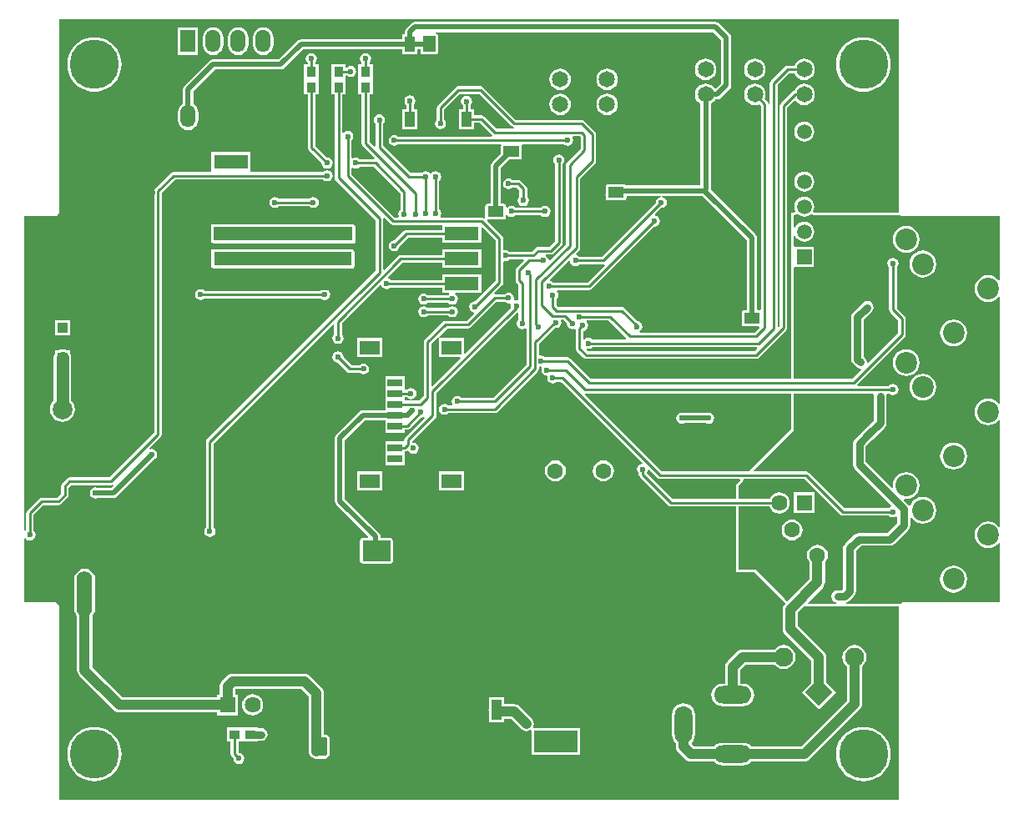
<source format=gbl>
G04 Layer_Physical_Order=2*
G04 Layer_Color=16711680*
%FSTAX24Y24*%
%MOIN*%
G70*
G01*
G75*
%ADD10R,0.0374X0.0394*%
%ADD12R,0.0394X0.0374*%
%ADD19C,0.0591*%
%ADD46C,0.0300*%
%ADD47C,0.0400*%
%ADD48C,0.0100*%
%ADD49C,0.0200*%
%ADD51R,0.0640X0.0640*%
%ADD52C,0.0640*%
%ADD53C,0.0787*%
%ADD54R,0.0984X0.0984*%
%ADD55R,0.0984X0.0984*%
%ADD56C,0.0650*%
%ADD57C,0.1969*%
%ADD58O,0.0701X0.1500*%
%ADD59O,0.1500X0.0701*%
%ADD60P,0.1075X4X90.0*%
%ADD61C,0.0760*%
%ADD62C,0.0866*%
G04:AMPARAMS|DCode=63|XSize=63mil|YSize=63mil|CornerRadius=31.5mil|HoleSize=0mil|Usage=FLASHONLY|Rotation=90.000|XOffset=0mil|YOffset=0mil|HoleType=Round|Shape=RoundedRectangle|*
%AMROUNDEDRECTD63*
21,1,0.0630,0.0000,0,0,90.0*
21,1,0.0000,0.0630,0,0,90.0*
1,1,0.0630,0.0000,0.0000*
1,1,0.0630,0.0000,0.0000*
1,1,0.0630,0.0000,0.0000*
1,1,0.0630,0.0000,0.0000*
%
%ADD63ROUNDEDRECTD63*%
%ADD64R,0.0591X0.0591*%
%ADD65O,0.0600X0.0900*%
%ADD66R,0.0600X0.0900*%
%ADD67C,0.0630*%
%ADD68O,0.0630X0.1811*%
%ADD69C,0.0236*%
%ADD70R,0.0400X0.0787*%
%ADD71R,0.1732X0.0866*%
%ADD72R,0.0394X0.0591*%
%ADD73R,0.1378X0.0551*%
%ADD74R,0.0787X0.0571*%
%ADD75R,0.0591X0.0315*%
%ADD76R,0.0394X0.0413*%
%ADD77R,0.0335X0.0866*%
%ADD78C,0.0492*%
%ADD79C,0.0000*%
%ADD80R,0.5500X0.0550*%
%ADD81R,0.5552X0.0550*%
G36*
X263228Y203898D02*
X263228Y203268D01*
X262717Y203268D01*
X262717Y203898D01*
X263228Y203898D01*
D02*
G37*
G36*
X281737Y19685D02*
X278334D01*
X278307Y1969D01*
X278338Y196976D01*
X278351Y197079D01*
X278338Y197182D01*
X278298Y197278D01*
X278235Y197361D01*
X278152Y197424D01*
X278056Y197464D01*
X277953Y197477D01*
X27785Y197464D01*
X277753Y197424D01*
X277671Y197361D01*
X277607Y197278D01*
X277568Y197182D01*
X277554Y197079D01*
X277568Y196976D01*
X277599Y1969D01*
X277571Y19685D01*
X277441D01*
Y190192D01*
X269433D01*
X268612Y191014D01*
X268562Y191047D01*
X268504Y191058D01*
X267601D01*
X267598Y191063D01*
X267526Y191111D01*
X267441Y191128D01*
X267396Y191119D01*
X267358Y191151D01*
Y19159D01*
X267994Y192226D01*
X268032Y192219D01*
X268117Y192235D01*
X268189Y192284D01*
X268237Y192356D01*
X268254Y192441D01*
X268239Y192514D01*
X268267Y192564D01*
X268322D01*
X268479Y192407D01*
X268478Y192402D01*
X268495Y192316D01*
X268544Y192244D01*
X268616Y192196D01*
X268701Y192179D01*
X268773Y192194D01*
X268811Y192173D01*
X268823Y192161D01*
Y191417D01*
X268835Y191359D01*
X268868Y191309D01*
X269144Y191034D01*
X269193Y191D01*
X269252Y190989D01*
X276024D01*
X276082Y191D01*
X276132Y191034D01*
X277234Y192136D01*
X277267Y192186D01*
X277279Y192244D01*
Y201039D01*
X277556Y201316D01*
X277606Y201313D01*
X27765Y201256D01*
X277739Y201188D01*
X277842Y201145D01*
X277953Y201131D01*
X278064Y201145D01*
X278167Y201188D01*
X278256Y201256D01*
X278324Y201345D01*
X278367Y201448D01*
X278381Y201559D01*
X278367Y20167D01*
X278324Y201773D01*
X278256Y201862D01*
X278167Y20193D01*
X278064Y201973D01*
X277953Y201988D01*
X277842Y201973D01*
X277739Y20193D01*
X27765Y201862D01*
X277582Y201773D01*
X277554Y201706D01*
X277524Y2017D01*
X277475Y201667D01*
X277018Y201211D01*
X276985Y201161D01*
X276973Y201102D01*
Y192307D01*
X276931Y192266D01*
X276885Y192285D01*
Y201945D01*
X277347Y202406D01*
X277556D01*
X277582Y202345D01*
X27765Y202256D01*
X277739Y202188D01*
X277842Y202145D01*
X277953Y202131D01*
X278064Y202145D01*
X278167Y202188D01*
X278256Y202256D01*
X278324Y202345D01*
X278367Y202448D01*
X278381Y202559D01*
X278367Y20267D01*
X278324Y202773D01*
X278256Y202862D01*
X278167Y20293D01*
X278064Y202973D01*
X277953Y202988D01*
X277842Y202973D01*
X277739Y20293D01*
X27765Y202862D01*
X277582Y202773D01*
X277556Y202712D01*
X277283D01*
X277225Y2027D01*
X277175Y202667D01*
X276624Y202116D01*
X276591Y202066D01*
X276579Y202008D01*
Y201178D01*
X276529Y201173D01*
X276519Y201224D01*
X276486Y201273D01*
X276373Y201387D01*
X276398Y201448D01*
X276413Y201559D01*
X276398Y20167D01*
X276355Y201773D01*
X276287Y201862D01*
X276198Y20193D01*
X276095Y201973D01*
X275984Y201988D01*
X275873Y201973D01*
X27577Y20193D01*
X275681Y201862D01*
X275613Y201773D01*
X27557Y20167D01*
X275556Y201559D01*
X27557Y201448D01*
X275613Y201345D01*
X275681Y201256D01*
X27577Y201188D01*
X275873Y201145D01*
X275984Y201131D01*
X276095Y201145D01*
X276156Y201171D01*
X276225Y201102D01*
Y192979D01*
X276181Y192937D01*
X27612D01*
X27607Y192985D01*
Y195827D01*
X276055Y195905D01*
X27601Y195971D01*
X27422Y197762D01*
Y201184D01*
X27423Y201188D01*
X274319Y201256D01*
X274387Y201345D01*
X274391Y201355D01*
X274472D01*
X27455Y201371D01*
X274617Y201415D01*
X274987Y201785D01*
X275031Y201851D01*
X275046Y201929D01*
Y203819D01*
X275031Y203897D01*
X274987Y203963D01*
X274554Y204396D01*
X274487Y20444D01*
X274409Y204456D01*
X262402D01*
X262324Y20444D01*
X262257Y204396D01*
X262061Y204199D01*
X262016Y204133D01*
X262001Y204055D01*
Y203958D01*
X261908D01*
Y203767D01*
X257854D01*
X257776Y203751D01*
X25771Y203707D01*
X256963Y20296D01*
X254331D01*
X254331Y20296D01*
X254253Y202944D01*
X254187Y2029D01*
X254187Y2029D01*
X253202Y201916D01*
X253158Y20185D01*
X253143Y201772D01*
Y201187D01*
X253061Y201124D01*
X252997Y201041D01*
X252957Y200943D01*
X252943Y200839D01*
Y200539D01*
X252957Y200435D01*
X252997Y200337D01*
X253061Y200254D01*
X253145Y20019D01*
X253242Y200149D01*
X253346Y200136D01*
X253451Y200149D01*
X253548Y20019D01*
X253632Y200254D01*
X253696Y200337D01*
X253736Y200435D01*
X25375Y200539D01*
Y200839D01*
X253736Y200943D01*
X253696Y201041D01*
X253632Y201124D01*
X25355Y201187D01*
Y201687D01*
X254415Y202552D01*
X257047D01*
X257125Y202568D01*
X257191Y202612D01*
X257939Y203359D01*
X261908D01*
Y203168D01*
X262502D01*
Y203359D01*
X262615D01*
Y203268D01*
X262622Y203229D01*
X262644Y203196D01*
X262678Y203174D01*
X262717Y203166D01*
X26302Y203166D01*
X263032Y203163D01*
X263043Y203166D01*
X263228D01*
X263267Y203174D01*
X2633Y203196D01*
X263323Y203229D01*
X26333Y203268D01*
X26333Y203898D01*
X263323Y203937D01*
X2633Y20397D01*
X263267Y203992D01*
X263236Y203998D01*
X263241Y204048D01*
X274325D01*
X274639Y203734D01*
Y202014D01*
X274427Y201802D01*
X274361Y201807D01*
X274319Y201862D01*
X27423Y20193D01*
X274127Y201973D01*
X274016Y201988D01*
X273905Y201973D01*
X273802Y20193D01*
X273713Y201862D01*
X273645Y201773D01*
X273602Y20167D01*
X273587Y201559D01*
X273602Y201448D01*
X273645Y201345D01*
X273713Y201256D01*
X273802Y201188D01*
X273812Y201184D01*
Y19792D01*
X270837D01*
X27082Y197946D01*
X270787Y197968D01*
X270748Y197976D01*
X270118Y197976D01*
X270079Y197968D01*
X270046Y197946D01*
X270024Y197913D01*
X270016Y197874D01*
Y197571D01*
X270014Y197559D01*
X270016Y197547D01*
Y197441D01*
X270024Y197402D01*
X270046Y197369D01*
X270079Y197347D01*
X270118Y197339D01*
X270225D01*
X270236Y197337D01*
X270248Y197339D01*
X270618Y197339D01*
X27063Y197337D01*
X270642Y197339D01*
X270748D01*
X270787Y197347D01*
X27082Y197369D01*
X270842Y197402D01*
X27085Y197441D01*
Y197513D01*
X27222D01*
X272225Y197463D01*
X272159Y19745D01*
X272087Y197401D01*
X272039Y197329D01*
X272022Y197244D01*
X272023Y197239D01*
X269858Y195074D01*
X268979D01*
X268976Y195079D01*
X268904Y195127D01*
X26885Y195138D01*
X268833Y195192D01*
X268966Y195325D01*
X269Y195375D01*
X269011Y195433D01*
Y198204D01*
X269596Y198789D01*
X269629Y198839D01*
X269641Y198898D01*
Y199961D01*
X269629Y200019D01*
X269596Y200069D01*
X269163Y200502D01*
X269114Y200535D01*
X269055Y200547D01*
X266441D01*
X265148Y20184D01*
X265098Y201874D01*
X265039Y201885D01*
X264134D01*
X264075Y201874D01*
X264026Y20184D01*
X263317Y201132D01*
X263284Y201082D01*
X263272Y201024D01*
Y200554D01*
X263268Y200551D01*
X26322Y200479D01*
X263203Y200394D01*
X26322Y200309D01*
X263268Y200236D01*
X26334Y200188D01*
X263425Y200171D01*
X26351Y200188D01*
X263582Y200236D01*
X263631Y200309D01*
X263648Y200394D01*
X263631Y200479D01*
X263582Y200551D01*
X263578Y200554D01*
Y20096D01*
X264197Y201579D01*
X264976D01*
X26627Y200286D01*
X266319Y200252D01*
X26637Y200242D01*
X266365Y200192D01*
X265654D01*
X265167Y200679D01*
X265118Y200712D01*
X265059Y200724D01*
X264765D01*
Y200966D01*
X264621D01*
Y201119D01*
X264626Y201122D01*
X264674Y201194D01*
X264691Y20128D01*
X264674Y201365D01*
X264626Y201437D01*
X264554Y201485D01*
X264468Y201502D01*
X264383Y201485D01*
X264311Y201437D01*
X264263Y201365D01*
X264246Y20128D01*
X264263Y201194D01*
X264311Y201122D01*
X264316Y201119D01*
Y200966D01*
X264172D01*
Y200176D01*
X264765D01*
Y200418D01*
X264996D01*
X265482Y199931D01*
X265488Y199927D01*
X265473Y199877D01*
X261735D01*
X261732Y199882D01*
X26166Y19993D01*
X261575Y199947D01*
X26149Y19993D01*
X261418Y199882D01*
X261369Y19981D01*
X261352Y199724D01*
X261369Y199639D01*
X261418Y199567D01*
X26149Y199519D01*
X261575Y199502D01*
X26166Y199519D01*
X261732Y199567D01*
X261735Y199571D01*
X26582D01*
X265846Y199533D01*
X26585Y199521D01*
X265843Y199488D01*
Y199202D01*
X265486Y198845D01*
X265442Y198779D01*
X265426Y198701D01*
Y197189D01*
X265315D01*
X265276Y197181D01*
X265243Y197159D01*
X265221Y197126D01*
X265213Y197087D01*
Y196783D01*
X265211Y196772D01*
X265213Y19676D01*
Y196654D01*
X265215Y196646D01*
X26517Y196616D01*
X265137Y196637D01*
X265079Y196649D01*
X263443D01*
X263416Y196699D01*
X263434Y196726D01*
X263451Y196811D01*
X263434Y196896D01*
X263386Y196968D01*
X263381Y196971D01*
Y198108D01*
X263386Y19811D01*
X263434Y198183D01*
X263451Y198268D01*
X263434Y198353D01*
X263386Y198425D01*
X263313Y198473D01*
X263228Y19849D01*
X263143Y198473D01*
X263071Y198425D01*
X263057Y198403D01*
X263006D01*
X262992Y198425D01*
X26292Y198473D01*
X262835Y19849D01*
X26275Y198473D01*
X262677Y198425D01*
X262675Y198421D01*
X262229D01*
X261137Y199512D01*
Y200391D01*
X261141Y200394D01*
X26119Y200466D01*
X261207Y200551D01*
X26119Y200636D01*
X261141Y200708D01*
X261069Y200757D01*
X260984Y200774D01*
X260899Y200757D01*
X260827Y200708D01*
X260779Y200636D01*
X260762Y200551D01*
X260779Y200466D01*
X260827Y200394D01*
X260831Y200391D01*
Y199495D01*
X260781Y199474D01*
X260586Y19967D01*
Y201554D01*
X26072D01*
Y202133D01*
X26072Y202183D01*
X26072Y202197D01*
Y202777D01*
X260586D01*
Y202832D01*
X26059Y202835D01*
X260638Y202907D01*
X260655Y202992D01*
X260638Y203077D01*
X26059Y203149D01*
X260518Y203198D01*
X260433Y203214D01*
X260348Y203198D01*
X260276Y203149D01*
X260228Y203077D01*
X260211Y202992D01*
X260228Y202907D01*
X260276Y202835D01*
X26028Y202832D01*
Y202777D01*
X260146D01*
Y202197D01*
X260146Y202147D01*
X260146Y202134D01*
Y201554D01*
X26028D01*
Y199606D01*
X260292Y199548D01*
X260325Y199498D01*
X260801Y199022D01*
X260781Y198972D01*
X2602D01*
X260197Y198976D01*
X260124Y199024D01*
X260039Y199041D01*
X259954Y199024D01*
X259927Y199006D01*
X259877Y199033D01*
Y199722D01*
X259882Y199725D01*
X25993Y199797D01*
X259947Y199882D01*
X25993Y199967D01*
X259882Y200039D01*
X25981Y200087D01*
X259724Y200104D01*
X259639Y200087D01*
X259567Y200039D01*
X259553Y200018D01*
X259503Y200034D01*
Y201554D01*
X259637D01*
Y202133D01*
X259637Y202183D01*
X259637Y202197D01*
Y202311D01*
X259687Y202322D01*
X259757Y202275D01*
X259842Y202258D01*
X259928Y202275D01*
X26Y202323D01*
X260048Y202395D01*
X260065Y20248D01*
X260048Y202565D01*
X26Y202638D01*
X259928Y202686D01*
X259842Y202703D01*
X259757Y202686D01*
X259687Y202639D01*
X259637Y202649D01*
Y202777D01*
X259063D01*
Y202197D01*
X259063Y202147D01*
X259063Y202134D01*
Y201554D01*
X259197D01*
Y198228D01*
X259209Y19817D01*
X259242Y19812D01*
X260831Y196531D01*
Y194512D01*
X254104Y187785D01*
X254071Y187736D01*
X25406Y187677D01*
Y184255D01*
X254055Y184252D01*
X254007Y18418D01*
X25399Y184094D01*
X254007Y184009D01*
X254055Y183937D01*
X254128Y183889D01*
X254213Y183872D01*
X254298Y183889D01*
X25437Y183937D01*
X254418Y184009D01*
X254435Y184094D01*
X254418Y18418D01*
X25437Y184252D01*
X254366Y184255D01*
Y187614D01*
X259132Y19238D01*
X259178Y192361D01*
Y191971D01*
X259173Y191968D01*
X259125Y191896D01*
X259108Y191811D01*
X259125Y191726D01*
X259173Y191654D01*
X259246Y191606D01*
X259331Y191589D01*
X259416Y191606D01*
X259488Y191654D01*
X259536Y191726D01*
X259553Y191811D01*
X259536Y191896D01*
X259488Y191968D01*
X259484Y191971D01*
Y192417D01*
X261021Y193954D01*
X261068Y193939D01*
X261074Y193911D01*
X261122Y193839D01*
X261194Y193791D01*
X26128Y193774D01*
X261365Y193791D01*
X261437Y193839D01*
X26144Y193843D01*
X263483D01*
Y19362D01*
X263766D01*
X263781Y19357D01*
X26374Y193543D01*
X263738Y193539D01*
X262916D01*
X262913Y193543D01*
X262841Y193591D01*
X262756Y193608D01*
X262671Y193591D01*
X262599Y193543D01*
X26255Y193471D01*
X262534Y193386D01*
X26255Y193301D01*
X262599Y193229D01*
X262671Y19318D01*
X262756Y193163D01*
X262841Y19318D01*
X262913Y193229D01*
X262916Y193233D01*
X263738D01*
X26374Y193229D01*
X263813Y19318D01*
X263898Y193163D01*
X263983Y19318D01*
X264055Y193229D01*
X264103Y193301D01*
X26412Y193386D01*
X264103Y193471D01*
X264055Y193543D01*
X264014Y19357D01*
X264029Y19362D01*
X265061D01*
Y194372D01*
X263483D01*
Y194149D01*
X26144D01*
X261437Y194153D01*
X261365Y194202D01*
X261336Y194207D01*
X261322Y194255D01*
X26191Y194843D01*
X263483D01*
Y19462D01*
X265061D01*
Y195372D01*
X263483D01*
Y195149D01*
X261846D01*
X261788Y195137D01*
X261738Y195104D01*
X261183Y194549D01*
X261137Y194568D01*
Y196595D01*
X261134Y19661D01*
X26118Y196635D01*
X261427Y196388D01*
X261477Y196355D01*
X261535Y196343D01*
X263483D01*
Y196149D01*
X262059D01*
X262001Y196137D01*
X261951Y196104D01*
X26158Y195733D01*
X261575Y195734D01*
X26149Y195717D01*
X261418Y195669D01*
X261369Y195597D01*
X261352Y195512D01*
X261369Y195427D01*
X261418Y195355D01*
X26149Y195306D01*
X261575Y195289D01*
X26166Y195306D01*
X261732Y195355D01*
X26178Y195427D01*
X261797Y195512D01*
X261796Y195517D01*
X262122Y195843D01*
X263483D01*
Y19562D01*
X265061D01*
Y196233D01*
X265107Y196252D01*
X265622Y195737D01*
Y194106D01*
X264808Y193292D01*
X264803Y193293D01*
X264718Y193276D01*
X264646Y193228D01*
X264598Y193156D01*
X264581Y193071D01*
X264598Y192986D01*
X264646Y192914D01*
X264718Y192865D01*
X264746Y19286D01*
X264761Y192812D01*
X264464Y192515D01*
X263622D01*
X263564Y192504D01*
X263514Y19247D01*
X262805Y191762D01*
X262772Y191712D01*
X26276Y191654D01*
Y189512D01*
X262574Y189326D01*
X262009D01*
Y189453D01*
X262084D01*
X262087Y189449D01*
X262159Y189401D01*
X262244Y189384D01*
X262329Y189401D01*
X262401Y189449D01*
X26245Y189521D01*
X262466Y189606D01*
X26245Y189691D01*
X262401Y189764D01*
X262329Y189812D01*
X262244Y189829D01*
X262159Y189812D01*
X262087Y189764D01*
X262084Y189759D01*
X262009D01*
Y190297D01*
X261219D01*
Y189782D01*
Y189349D01*
Y188944D01*
X260315D01*
X260237Y188929D01*
X260171Y188884D01*
X259265Y187979D01*
X259221Y187913D01*
X259206Y187835D01*
Y185315D01*
X259221Y185237D01*
X259265Y185171D01*
X260548Y183888D01*
X260529Y183842D01*
X260315D01*
X260276Y183834D01*
X260243Y183812D01*
X260221Y183779D01*
X260213Y18374D01*
Y182913D01*
X260221Y182874D01*
X260243Y182841D01*
X260276Y182819D01*
X260315Y182811D01*
X261417D01*
X261456Y182819D01*
X261489Y182841D01*
X261512Y182874D01*
X261519Y182913D01*
Y18374D01*
X261512Y183779D01*
X261489Y183812D01*
X261456Y183834D01*
X261417Y183842D01*
X261031D01*
Y183898D01*
X261015Y183976D01*
X260971Y184042D01*
X259613Y185399D01*
Y18775D01*
X260399Y188536D01*
X261219D01*
Y18805D01*
X262009D01*
Y188154D01*
X262087D01*
X262145Y188166D01*
X262195Y188199D01*
X262633Y188637D01*
X262638Y188636D01*
X262723Y188653D01*
X262762Y188679D01*
X262794Y18864D01*
X262018Y187864D01*
X261985Y187814D01*
X261973Y187756D01*
Y187698D01*
X261219D01*
Y187183D01*
Y18675D01*
X262009D01*
Y187288D01*
X262066Y1873D01*
X262094Y187318D01*
X262151Y187309D01*
X262158Y187304D01*
X262185Y187264D01*
X262257Y187216D01*
X262343Y187199D01*
X262428Y187216D01*
X2625Y187264D01*
X262548Y187336D01*
X262565Y187421D01*
X262548Y187506D01*
X2625Y187579D01*
X262428Y187627D01*
X262343Y187644D01*
X2623Y187683D01*
X262299Y187713D01*
X263218Y188632D01*
X263252Y188682D01*
X263263Y18874D01*
Y189622D01*
X266494Y192852D01*
X26654Y192833D01*
Y192562D01*
X266536Y192559D01*
X266487Y192487D01*
X266471Y192402D01*
X266487Y192316D01*
X266536Y192244D01*
X266608Y192196D01*
X266693Y192179D01*
X266778Y192196D01*
X266805Y192214D01*
X266855Y192187D01*
Y190772D01*
X265527Y189444D01*
X264255D01*
X264252Y189449D01*
X26418Y189497D01*
X264094Y189514D01*
X264009Y189497D01*
X263937Y189449D01*
X263889Y189376D01*
X263872Y189291D01*
X263889Y189206D01*
X263907Y189179D01*
X26388Y189129D01*
X263743D01*
X26374Y189134D01*
X263668Y189182D01*
X263583Y189199D01*
X263498Y189182D01*
X263425Y189134D01*
X263377Y189061D01*
X26336Y188976D01*
X263377Y188891D01*
X263425Y188819D01*
X263498Y188771D01*
X263583Y188754D01*
X263668Y188771D01*
X26374Y188819D01*
X263743Y188823D01*
X265591D01*
X265649Y188835D01*
X265699Y188868D01*
X267313Y190482D01*
X267346Y190532D01*
X267358Y190591D01*
Y19066D01*
X267396Y190692D01*
X267441Y190683D01*
X267448Y190685D01*
X267476Y190643D01*
X267472Y190636D01*
X267455Y190551D01*
X267472Y190466D01*
X26752Y190394D01*
X267592Y190346D01*
X267663Y190332D01*
X267677Y190328D01*
X2677Y190282D01*
X267691Y190236D01*
X267708Y190151D01*
X267756Y190079D01*
X267828Y190031D01*
X267913Y190014D01*
X267998Y190031D01*
X268071Y190079D01*
X268074Y190083D01*
X268244D01*
X271482Y186845D01*
X271465Y186791D01*
X271411Y18678D01*
X271339Y186732D01*
X271291Y18666D01*
X271274Y186575D01*
X271291Y18649D01*
X271339Y186418D01*
X271343Y186415D01*
Y186378D01*
X271355Y186319D01*
X271388Y18627D01*
X272527Y185131D01*
X272577Y185098D01*
X272635Y185086D01*
X275236D01*
Y18248D01*
X275945D01*
X277087Y181339D01*
X277207Y181218D01*
X277188Y181198D01*
X27714Y181136D01*
X277109Y181063D01*
X277099Y180984D01*
Y180197D01*
X277109Y180119D01*
X27714Y180046D01*
X277188Y179983D01*
X278241Y17893D01*
Y178034D01*
X277864Y177657D01*
X278543Y176979D01*
X279222Y177657D01*
X278846Y178034D01*
Y179055D01*
X278836Y179133D01*
X278805Y179206D01*
X278757Y179269D01*
X277704Y180322D01*
Y180859D01*
X277948Y181102D01*
X281737D01*
Y173381D01*
X248184D01*
Y181102D01*
X248173Y181161D01*
X24814Y181211D01*
X24809Y181244D01*
X248032Y181255D01*
X246806D01*
Y183805D01*
X246856Y18382D01*
X24687Y183799D01*
X246942Y183751D01*
X247028Y183734D01*
X247113Y183751D01*
X247185Y183799D01*
X247233Y183872D01*
X24725Y183957D01*
X247233Y184042D01*
X247185Y184114D01*
X247181Y184117D01*
Y184759D01*
X247563Y185142D01*
X248169D01*
X248228Y185154D01*
X248277Y185187D01*
X248533Y185443D01*
X248566Y185493D01*
X248578Y185551D01*
Y185851D01*
X248676Y185949D01*
X250276D01*
X250324Y185959D01*
X250348Y185931D01*
X250354Y185918D01*
X25027Y185834D01*
X249733D01*
X249731Y185835D01*
X249646Y185852D01*
X249561Y185835D01*
X249488Y185787D01*
X24944Y185715D01*
X249423Y18563D01*
X24944Y185545D01*
X249488Y185473D01*
X249561Y185424D01*
X249646Y185408D01*
X249731Y185424D01*
X249733Y185426D01*
X250354D01*
X250432Y185442D01*
X250499Y185486D01*
X251972Y186959D01*
X251975Y18696D01*
X252047Y187008D01*
X252095Y18708D01*
X252112Y187165D01*
X252095Y18725D01*
X252047Y187323D01*
X251975Y187371D01*
X25189Y187388D01*
X251838Y187377D01*
X251813Y187423D01*
X252245Y187855D01*
X252278Y187905D01*
X25229Y187963D01*
Y197624D01*
X252819Y198154D01*
X258738D01*
X25874Y19815D01*
X258813Y198102D01*
X258898Y198085D01*
X258983Y198102D01*
X259055Y19815D01*
X259103Y198222D01*
X25912Y198307D01*
X259103Y198392D01*
X259055Y198464D01*
X258983Y198513D01*
X258898Y198529D01*
X258813Y198513D01*
X25874Y198464D01*
X258738Y19846D01*
X255867D01*
X255848Y198502D01*
X255848Y19851D01*
Y199254D01*
X25427D01*
Y19851D01*
X25427Y198502D01*
X254252Y19846D01*
X252756D01*
X252697Y198448D01*
X252648Y198415D01*
X252028Y197796D01*
X251995Y197746D01*
X251984Y197688D01*
Y188027D01*
X250212Y186255D01*
X248613D01*
X248554Y186244D01*
X248505Y186211D01*
X248317Y186023D01*
X248284Y185973D01*
X248272Y185915D01*
Y185615D01*
X248106Y185448D01*
X2475D01*
X247441Y185437D01*
X247392Y185403D01*
X246919Y184931D01*
X246886Y184881D01*
X246875Y184823D01*
Y184138D01*
X246856Y184123D01*
X246806Y184146D01*
Y196697D01*
X248032D01*
X24809Y196709D01*
X24814Y196742D01*
X248173Y196792D01*
X248184Y19685D01*
Y204571D01*
X281737D01*
Y19685D01*
D02*
G37*
G36*
X26902Y199858D02*
Y199394D01*
X268475Y198848D01*
X268441Y198799D01*
X26843Y19874D01*
Y195575D01*
X26779Y194936D01*
X267736Y194952D01*
X267725Y195006D01*
X267677Y195079D01*
X267627Y195112D01*
X267642Y195162D01*
X267835D01*
X267893Y195174D01*
X267943Y195207D01*
X268258Y195522D01*
X268291Y195571D01*
X268303Y19563D01*
Y198777D01*
X268307Y19878D01*
X268355Y198852D01*
X268372Y198937D01*
X268355Y199022D01*
X268307Y199094D01*
X268235Y199142D01*
X26815Y199159D01*
X268064Y199142D01*
X267992Y199094D01*
X267944Y199022D01*
X267927Y198937D01*
X267944Y198852D01*
X267992Y19878D01*
X267997Y198777D01*
Y195693D01*
X267771Y195468D01*
X267323D01*
X267264Y195456D01*
X267215Y195423D01*
X267073Y195282D01*
X266171D01*
X266109Y195324D01*
X266024Y19534D01*
X265978Y195331D01*
X265928Y195372D01*
Y1958D01*
X265916Y195859D01*
X265883Y195908D01*
X265284Y196507D01*
X265309Y196553D01*
X265315Y196552D01*
X265421D01*
X265433Y196549D01*
X265445Y196552D01*
X265815Y196552D01*
X265827Y196549D01*
X265838Y196552D01*
X265945D01*
X265984Y196559D01*
X266017Y196581D01*
X266039Y196615D01*
X266047Y196654D01*
Y196726D01*
X266097Y196741D01*
X266103Y196733D01*
X266175Y196684D01*
X26626Y196667D01*
X266345Y196684D01*
X266417Y196733D01*
X26642Y196737D01*
X267438D01*
X267441Y196733D01*
X267513Y196684D01*
X267598Y196667D01*
X267684Y196684D01*
X267756Y196733D01*
X267804Y196805D01*
X267821Y19689D01*
X267804Y196975D01*
X267756Y197047D01*
X267684Y197095D01*
X267598Y197112D01*
X267513Y197095D01*
X267441Y197047D01*
X267438Y197043D01*
X26642D01*
X266417Y197047D01*
X266345Y197095D01*
X26626Y197112D01*
X266175Y197095D01*
X266103Y197047D01*
X266097Y197038D01*
X266047Y197054D01*
Y197087D01*
X266039Y197126D01*
X266017Y197159D01*
X265984Y197181D01*
X265945Y197189D01*
X265834D01*
Y198616D01*
X266171Y198953D01*
X266445Y198953D01*
X266457Y198951D01*
X266468Y198953D01*
X266575D01*
X266614Y198961D01*
X266647Y198983D01*
X266669Y199016D01*
X266677Y199055D01*
Y199162D01*
X266679Y199173D01*
X266677Y199185D01*
Y199488D01*
X26667Y199521D01*
X266673Y199533D01*
X2667Y199571D01*
X268344D01*
X268347Y199567D01*
X268419Y199519D01*
X268504Y199502D01*
X268589Y199519D01*
X268661Y199567D01*
X268709Y199639D01*
X268726Y199724D01*
X268709Y19981D01*
X268691Y199836D01*
X268718Y199886D01*
X268992D01*
X26902Y199858D01*
D02*
G37*
G36*
X266575Y199055D02*
X265945Y199055D01*
Y199488D01*
X266575Y199488D01*
Y199055D01*
D02*
G37*
G36*
X261816Y197614D02*
Y196932D01*
X261811Y196929D01*
X261763Y196857D01*
X261746Y196772D01*
X261761Y196699D01*
X261733Y196649D01*
X261599D01*
X259877Y19837D01*
Y198605D01*
X259927Y198631D01*
X259954Y198613D01*
X260039Y198597D01*
X260124Y198613D01*
X260197Y198662D01*
X2602Y198666D01*
X260763D01*
X261816Y197614D01*
D02*
G37*
G36*
X270748Y197441D02*
X270118Y197441D01*
Y197874D01*
X270748Y197874D01*
Y197441D01*
D02*
G37*
G36*
X275662Y195742D02*
Y192938D01*
X275658Y192937D01*
X275551D01*
X275512Y192929D01*
X275479Y192907D01*
X275457Y192874D01*
X275449Y192835D01*
Y192728D01*
X275447Y192717D01*
X275449Y192705D01*
Y192402D01*
X275457Y192363D01*
X275479Y192329D01*
X275512Y192307D01*
X275551Y1923D01*
X276146Y1923D01*
X276167Y19225D01*
X27596Y192043D01*
X271382D01*
X271367Y192093D01*
X271417Y192126D01*
X271465Y192198D01*
X271482Y192283D01*
X271465Y192369D01*
X271417Y192441D01*
X271345Y192489D01*
X271301Y192498D01*
X270777Y193022D01*
X270728Y193055D01*
X270669Y193066D01*
X268134D01*
X268066Y193134D01*
Y193383D01*
X268071Y193386D01*
X268119Y193458D01*
X268136Y193543D01*
X268119Y193628D01*
X268075Y193695D01*
X268088Y193745D01*
X26937D01*
X269429Y193756D01*
X269478Y193789D01*
X271963Y196275D01*
X271968Y196274D01*
X272054Y196291D01*
X272126Y196339D01*
X272174Y196411D01*
X272191Y196496D01*
X272174Y196581D01*
X272126Y196653D01*
X272054Y196702D01*
X271999Y196712D01*
X271983Y196767D01*
X272239Y197023D01*
X272244Y197022D01*
X272329Y197039D01*
X272401Y197087D01*
X27245Y197159D01*
X272466Y197244D01*
X27245Y197329D01*
X272401Y197401D01*
X272329Y19745D01*
X272264Y197463D01*
X272268Y197513D01*
X273892D01*
X275662Y195742D01*
D02*
G37*
G36*
X265945Y196654D02*
X265315Y196654D01*
Y197087D01*
X265945Y197087D01*
Y196654D01*
D02*
G37*
G36*
X277695Y196778D02*
X277701Y196774D01*
X277753Y196733D01*
X27785Y196694D01*
X277953Y19668D01*
X278056Y196694D01*
X278152Y196733D01*
X278205Y196774D01*
X27821Y196778D01*
X27826Y196778D01*
X278271Y196771D01*
X278283Y196764D01*
X278295Y196756D01*
X278301Y196755D01*
X278306Y196752D01*
X27832Y196751D01*
X278334Y196748D01*
X281737D01*
X281773Y196756D01*
X281782Y196742D01*
X281831Y196709D01*
X28189Y196697D01*
X285772D01*
Y194135D01*
X285722Y194118D01*
X285675Y194179D01*
X285564Y194265D01*
X285434Y194319D01*
X285295Y194337D01*
X285156Y194319D01*
X285026Y194265D01*
X284915Y194179D01*
X28483Y194068D01*
X284776Y193938D01*
X284758Y193799D01*
X284776Y19366D01*
X28483Y19353D01*
X284915Y193419D01*
X285026Y193334D01*
X285156Y19328D01*
X285295Y193262D01*
X285434Y19328D01*
X285564Y193334D01*
X285675Y193419D01*
X285722Y19348D01*
X285772Y193463D01*
Y189214D01*
X285722Y189197D01*
X285675Y189258D01*
X285564Y189344D01*
X285434Y189397D01*
X285295Y189416D01*
X285156Y189397D01*
X285026Y189344D01*
X284915Y189258D01*
X28483Y189147D01*
X284776Y189017D01*
X284758Y188878D01*
X284776Y188739D01*
X28483Y188609D01*
X284915Y188498D01*
X285026Y188412D01*
X285156Y188359D01*
X285295Y18834D01*
X285434Y188359D01*
X285564Y188412D01*
X285675Y188498D01*
X285722Y188559D01*
X285772Y188542D01*
Y184293D01*
X285722Y184276D01*
X285675Y184337D01*
X285564Y184422D01*
X285434Y184476D01*
X285295Y184494D01*
X285156Y184476D01*
X285026Y184422D01*
X284915Y184337D01*
X28483Y184226D01*
X284776Y184096D01*
X284758Y183957D01*
X284776Y183818D01*
X28483Y183688D01*
X284915Y183577D01*
X285026Y183491D01*
X285156Y183437D01*
X285295Y183419D01*
X285434Y183437D01*
X285564Y183491D01*
X285675Y183577D01*
X285722Y183637D01*
X285772Y183621D01*
Y181255D01*
X28189D01*
X281831Y181244D01*
X281782Y181211D01*
X281773Y181197D01*
X281737Y181204D01*
X279638D01*
X279633Y181254D01*
X279664Y181261D01*
X279747Y181316D01*
X279944Y181513D01*
X279999Y181595D01*
X280019Y181693D01*
Y18332D01*
X280224Y183525D01*
X281378D01*
X281476Y183544D01*
X281558Y183599D01*
X282109Y18415D01*
X282165Y184233D01*
X282184Y184331D01*
Y184639D01*
X282234Y184656D01*
X282307Y184561D01*
X282418Y184475D01*
X282548Y184422D01*
X282687Y184403D01*
X282826Y184422D01*
X282956Y184475D01*
X283067Y184561D01*
X283153Y184672D01*
X283206Y184802D01*
X283225Y184941D01*
X283206Y18508D01*
X283153Y18521D01*
X283067Y185321D01*
X282956Y185407D01*
X282826Y18546D01*
X282687Y185479D01*
X282548Y18546D01*
X282418Y185407D01*
X282307Y185321D01*
X282221Y18521D01*
X282194Y185144D01*
X282138Y185138D01*
X282109Y18518D01*
X281941Y185348D01*
X281964Y185396D01*
X282028Y185388D01*
X282167Y185406D01*
X282296Y18546D01*
X282408Y185545D01*
X282493Y185656D01*
X282547Y185786D01*
X282565Y185925D01*
X282547Y186064D01*
X282493Y186194D01*
X282408Y186305D01*
X282296Y186391D01*
X282167Y186445D01*
X282028Y186463D01*
X281888Y186445D01*
X281759Y186391D01*
X281647Y186305D01*
X281562Y186194D01*
X281508Y186064D01*
X28149Y185925D01*
X281498Y185862D01*
X281451Y185839D01*
X280412Y186877D01*
Y187493D01*
X280692Y187773D01*
X281164Y188245D01*
X28122Y188328D01*
X281239Y188425D01*
Y189488D01*
X281225Y189561D01*
X281259Y189611D01*
X281336D01*
X281339Y189607D01*
X281411Y189558D01*
X281496Y189541D01*
X281581Y189558D01*
X281653Y189607D01*
X281702Y189679D01*
X281718Y189764D01*
X281702Y189849D01*
X281653Y189921D01*
X281581Y189969D01*
X281496Y189986D01*
X281411Y189969D01*
X281339Y189921D01*
X281336Y189917D01*
X280086D01*
X280065Y189967D01*
X281959Y19186D01*
X281992Y19191D01*
X282003Y191968D01*
Y192598D01*
X281992Y192657D01*
X281959Y192707D01*
X281649Y193016D01*
Y194643D01*
X281653Y194646D01*
X281702Y194718D01*
X281718Y194803D01*
X281702Y194888D01*
X281653Y19496D01*
X281581Y195009D01*
X281496Y195026D01*
X281411Y195009D01*
X281339Y19496D01*
X281291Y194888D01*
X281274Y194803D01*
X281291Y194718D01*
X281339Y194646D01*
X281343Y194643D01*
Y192953D01*
X281355Y192894D01*
X281388Y192845D01*
X281697Y192535D01*
Y192032D01*
X280496Y19083D01*
X280449Y190855D01*
X280452Y190866D01*
X280432Y190964D01*
X280377Y191046D01*
X280334Y19109D01*
Y192552D01*
X280653Y192871D01*
X280708Y192954D01*
X280727Y193051D01*
X280708Y193149D01*
X280653Y193231D01*
X28057Y193287D01*
X280472Y193306D01*
X280375Y193287D01*
X280292Y193231D01*
X279898Y192838D01*
X279843Y192755D01*
X279824Y192657D01*
Y190984D01*
X279843Y190887D01*
X279898Y190804D01*
X280017Y190686D01*
X280099Y190631D01*
X280197Y190611D01*
X280208Y190614D01*
X280233Y190567D01*
X279858Y190192D01*
X277543D01*
Y194639D01*
X277557Y194683D01*
X277593Y194683D01*
X278348D01*
Y195474D01*
X277593D01*
X277557Y195474D01*
X277543Y195518D01*
Y195905D01*
X277593Y195915D01*
X277607Y195879D01*
X277671Y195797D01*
X277753Y195733D01*
X27785Y195694D01*
X277953Y19568D01*
X278056Y195694D01*
X278152Y195733D01*
X278235Y195797D01*
X278298Y195879D01*
X278338Y195976D01*
X278351Y196079D01*
X278338Y196182D01*
X278298Y196278D01*
X278235Y196361D01*
X278152Y196424D01*
X278056Y196464D01*
X277953Y196477D01*
X27785Y196464D01*
X277753Y196424D01*
X277671Y196361D01*
X277607Y196278D01*
X277593Y196243D01*
X277543Y196253D01*
Y196748D01*
X277571D01*
X277585Y196751D01*
X277599Y196752D01*
X277605Y196755D01*
X27761Y196756D01*
X277622Y196764D01*
X277635Y196771D01*
X277645Y196778D01*
X277695Y196778D01*
D02*
G37*
G36*
X266761Y19493D02*
X266467Y194636D01*
X266434Y194586D01*
X266422Y194528D01*
Y194134D01*
X266434Y194075D01*
X266467Y194026D01*
X26654Y193952D01*
Y193355D01*
X266501Y193324D01*
X266457Y193333D01*
X26639Y193319D01*
X266387Y193321D01*
X266353Y193355D01*
X266351Y193359D01*
X266364Y193425D01*
X266347Y19351D01*
X266299Y193582D01*
X266227Y193631D01*
X266142Y193648D01*
X266057Y193631D01*
X265984Y193582D01*
X265982Y193578D01*
X265597D01*
X265585Y193594D01*
X265574Y193626D01*
X265883Y193934D01*
X265916Y193984D01*
X265928Y194042D01*
Y194864D01*
X265978Y194905D01*
X266024Y194896D01*
X266109Y194913D01*
X266181Y194961D01*
X266191Y194976D01*
X266741D01*
X266761Y19493D01*
D02*
G37*
G36*
X268603Y19489D02*
X268613Y194836D01*
X268662Y194764D01*
X268734Y194716D01*
X268819Y194699D01*
X268904Y194716D01*
X268976Y194764D01*
X268979Y194768D01*
X269921D01*
X269962Y194776D01*
X269986Y19473D01*
X269307Y194051D01*
X267916D01*
X267913Y194055D01*
X267841Y194103D01*
X267813Y194109D01*
X267798Y194157D01*
X268548Y194907D01*
X268603Y19489D01*
D02*
G37*
G36*
X276181Y192402D02*
X275551Y192402D01*
Y192835D01*
X276181Y192835D01*
Y192402D01*
D02*
G37*
G36*
X270841Y191817D02*
X27082Y191767D01*
X269491D01*
X269488Y191771D01*
X269416Y19182D01*
X269331Y191837D01*
X269246Y19182D01*
X269179Y191775D01*
X269129Y191789D01*
Y192107D01*
X26918Y192117D01*
X269252Y192166D01*
X2693Y192238D01*
X269317Y192323D01*
X2693Y192408D01*
X269256Y192474D01*
X269269Y192524D01*
X270133D01*
X270841Y191817D01*
D02*
G37*
G36*
X276081Y191415D02*
X27596Y191295D01*
X269315D01*
X269254Y191356D01*
X269279Y191402D01*
X269331Y191392D01*
X269416Y191409D01*
X269488Y191457D01*
X269491Y191461D01*
X276062D01*
X276081Y191415D01*
D02*
G37*
G36*
X265984Y193268D02*
X266057Y19322D01*
X266142Y193203D01*
X266208Y193216D01*
X266212Y193214D01*
X266246Y19318D01*
X266248Y193177D01*
X266234Y19311D01*
X266248Y193039D01*
X264398Y191189D01*
X264352Y191208D01*
Y191834D01*
X263381D01*
X263357Y191881D01*
X263685Y192209D01*
X264528D01*
X264586Y192221D01*
X264636Y192254D01*
X265654Y193272D01*
X265982D01*
X265984Y193268D01*
D02*
G37*
G36*
X263365Y191818D02*
Y191063D01*
X264207D01*
X264226Y191017D01*
X263113Y189904D01*
X263066Y189923D01*
Y19159D01*
X263318Y191841D01*
X263365Y191818D01*
D02*
G37*
G36*
X277441Y188189D02*
X276181Y186929D01*
X275743Y186492D01*
X272268D01*
X269197Y189563D01*
X269207Y189595D01*
X269219Y189611D01*
X277441D01*
Y188189D01*
D02*
G37*
G36*
X272097Y18623D02*
X272146Y186197D01*
X272205Y186186D01*
X275372D01*
X275391Y186139D01*
X275236Y185984D01*
Y185392D01*
X272698D01*
X271661Y186429D01*
X271702Y18649D01*
X271712Y186544D01*
X271767Y18656D01*
X272097Y18623D01*
D02*
G37*
G36*
X280744Y189561D02*
X280729Y189488D01*
Y188531D01*
X280332Y188133D01*
X279977Y187779D01*
X279922Y187696D01*
X279903Y187598D01*
Y186772D01*
X279922Y186674D01*
X279977Y186591D01*
X281432Y185137D01*
X281418Y185089D01*
X281411Y185087D01*
X281339Y185039D01*
X281336Y185035D01*
X279552D01*
X27814Y186447D01*
X27809Y18648D01*
X278032Y186492D01*
X275953D01*
X275934Y186538D01*
X276253Y186857D01*
X277513Y188117D01*
X277535Y18815D01*
X277543Y188189D01*
Y189611D01*
X28071D01*
X280744Y189561D01*
D02*
G37*
G36*
X27938Y184774D02*
X27943Y184741D01*
X279488Y184729D01*
X281336D01*
X281339Y184725D01*
X281411Y184676D01*
X281496Y18466D01*
X281581Y184676D01*
X281624Y184705D01*
X281674Y184678D01*
Y184436D01*
X281272Y184034D01*
X280118D01*
X280021Y184015D01*
X279938Y18396D01*
X279584Y183605D01*
X279528Y183523D01*
X279509Y183425D01*
Y181798D01*
X279461Y181751D01*
X279291D01*
X279194Y181732D01*
X279111Y181676D01*
X279056Y181594D01*
X279036Y181496D01*
X279056Y181399D01*
X279111Y181316D01*
X279194Y181261D01*
X279225Y181254D01*
X27922Y181204D01*
X278115D01*
X278096Y181251D01*
X278695Y181849D01*
X278743Y181912D01*
X278773Y181985D01*
X278783Y182063D01*
Y182856D01*
X278843Y182934D01*
X278885Y183035D01*
X278899Y183144D01*
X278885Y183252D01*
X278843Y183353D01*
X278777Y18344D01*
X27869Y183506D01*
X278589Y183548D01*
X278481Y183562D01*
X278372Y183548D01*
X278271Y183506D01*
X278185Y18344D01*
X278118Y183353D01*
X278076Y183252D01*
X278062Y183144D01*
X278076Y183035D01*
X278118Y182934D01*
X278178Y182856D01*
Y182189D01*
X277279Y18129D01*
X277279Y18129D01*
X277159Y181411D01*
X276017Y182552D01*
X275984Y182575D01*
X275945Y182582D01*
X275338D01*
Y185086D01*
X276563D01*
X276588Y185027D01*
X276655Y184939D01*
X276743Y184872D01*
X276845Y18483D01*
X276955Y184815D01*
X277064Y18483D01*
X277166Y184872D01*
X277254Y184939D01*
X277321Y185027D01*
X277364Y185129D01*
X277378Y185239D01*
X277364Y185349D01*
X277321Y185451D01*
X277254Y185539D01*
X277166Y185606D01*
X277064Y185648D01*
X276955Y185663D01*
X276845Y185648D01*
X276743Y185606D01*
X276655Y185539D01*
X276588Y185451D01*
X276563Y185392D01*
X275338D01*
Y185942D01*
X275464Y186067D01*
X275486Y1861D01*
X275493Y186139D01*
X275517Y186173D01*
X275535Y186186D01*
X277968D01*
X27938Y184774D01*
D02*
G37*
G36*
X261417Y182913D02*
X260315D01*
Y18374D01*
X261417D01*
Y182913D01*
D02*
G37*
%LPC*%
G36*
X253746Y204239D02*
X252946D01*
Y203139D01*
X253746D01*
Y204239D01*
D02*
G37*
G36*
X256346Y204242D02*
X256242Y204229D01*
X256145Y204188D01*
X256061Y204124D01*
X255997Y204041D01*
X255957Y203943D01*
X255943Y203839D01*
Y203539D01*
X255957Y203435D01*
X255997Y203337D01*
X256061Y203254D01*
X256145Y20319D01*
X256242Y203149D01*
X256346Y203136D01*
X256451Y203149D01*
X256548Y20319D01*
X256632Y203254D01*
X256696Y203337D01*
X256736Y203435D01*
X25675Y203539D01*
Y203839D01*
X256736Y203943D01*
X256696Y204041D01*
X256632Y204124D01*
X256548Y204188D01*
X256451Y204229D01*
X256346Y204242D01*
D02*
G37*
G36*
X255346D02*
X255242Y204229D01*
X255145Y204188D01*
X255061Y204124D01*
X254997Y204041D01*
X254957Y203943D01*
X254943Y203839D01*
Y203539D01*
X254957Y203435D01*
X254997Y203337D01*
X255061Y203254D01*
X255145Y20319D01*
X255242Y203149D01*
X255346Y203136D01*
X255451Y203149D01*
X255548Y20319D01*
X255632Y203254D01*
X255696Y203337D01*
X255736Y203435D01*
X25575Y203539D01*
Y203839D01*
X255736Y203943D01*
X255696Y204041D01*
X255632Y204124D01*
X255548Y204188D01*
X255451Y204229D01*
X255346Y204242D01*
D02*
G37*
G36*
X254346D02*
X254242Y204229D01*
X254145Y204188D01*
X254061Y204124D01*
X253997Y204041D01*
X253957Y203943D01*
X253943Y203839D01*
Y203539D01*
X253957Y203435D01*
X253997Y203337D01*
X254061Y203254D01*
X254145Y20319D01*
X254242Y203149D01*
X254346Y203136D01*
X254451Y203149D01*
X254548Y20319D01*
X254632Y203254D01*
X254696Y203337D01*
X254736Y203435D01*
X25475Y203539D01*
Y203839D01*
X254736Y203943D01*
X254696Y204041D01*
X254632Y204124D01*
X254548Y204188D01*
X254451Y204229D01*
X254346Y204242D01*
D02*
G37*
G36*
X275984Y202988D02*
X275873Y202973D01*
X27577Y20293D01*
X275681Y202862D01*
X275613Y202773D01*
X27557Y20267D01*
X275556Y202559D01*
X27557Y202448D01*
X275613Y202345D01*
X275681Y202256D01*
X27577Y202188D01*
X275873Y202145D01*
X275984Y202131D01*
X276095Y202145D01*
X276198Y202188D01*
X276287Y202256D01*
X276355Y202345D01*
X276398Y202448D01*
X276413Y202559D01*
X276398Y20267D01*
X276355Y202773D01*
X276287Y202862D01*
X276198Y20293D01*
X276095Y202973D01*
X275984Y202988D01*
D02*
G37*
G36*
X274016Y202988D02*
X273905Y202973D01*
X273802Y20293D01*
X273713Y202862D01*
X273645Y202773D01*
X273602Y20267D01*
X273587Y202559D01*
X273602Y202448D01*
X273645Y202345D01*
X273713Y202256D01*
X273802Y202188D01*
X273905Y202145D01*
X274016Y202131D01*
X274127Y202145D01*
X27423Y202188D01*
X274319Y202256D01*
X274387Y202345D01*
X27443Y202448D01*
X274444Y202559D01*
X27443Y20267D01*
X274387Y202773D01*
X274319Y202862D01*
X27423Y20293D01*
X274127Y202973D01*
X274016Y202988D01*
D02*
G37*
G36*
X270079Y202594D02*
X269968Y202579D01*
X269865Y202536D01*
X269776Y202468D01*
X269708Y20238D01*
X269665Y202276D01*
X26965Y202165D01*
X269665Y202054D01*
X269708Y201951D01*
X269776Y201862D01*
X269865Y201794D01*
X269968Y201751D01*
X270079Y201737D01*
X27019Y201751D01*
X270293Y201794D01*
X270382Y201862D01*
X27045Y201951D01*
X270493Y202054D01*
X270507Y202165D01*
X270493Y202276D01*
X27045Y20238D01*
X270382Y202468D01*
X270293Y202536D01*
X27019Y202579D01*
X270079Y202594D01*
D02*
G37*
G36*
X268209D02*
X268098Y202579D01*
X267994Y202536D01*
X267906Y202468D01*
X267838Y20238D01*
X267795Y202276D01*
X26778Y202165D01*
X267795Y202054D01*
X267838Y201951D01*
X267906Y201862D01*
X267994Y201794D01*
X268098Y201751D01*
X268209Y201737D01*
X26832Y201751D01*
X268423Y201794D01*
X268512Y201862D01*
X26858Y201951D01*
X268623Y202054D01*
X268637Y202165D01*
X268623Y202276D01*
X26858Y20238D01*
X268512Y202468D01*
X268423Y202536D01*
X26832Y202579D01*
X268209Y202594D01*
D02*
G37*
G36*
X280315Y203844D02*
X280145Y20383D01*
X279979Y20379D01*
X279821Y203725D01*
X279676Y203636D01*
X279546Y203525D01*
X279435Y203395D01*
X279346Y20325D01*
X279281Y203092D01*
X279241Y202926D01*
X279227Y202756D01*
X279241Y202586D01*
X279281Y20242D01*
X279346Y202262D01*
X279435Y202117D01*
X279546Y201987D01*
X279676Y201876D01*
X279821Y201787D01*
X279979Y201722D01*
X280145Y201682D01*
X280315Y201668D01*
X280485Y201682D01*
X280651Y201722D01*
X280809Y201787D01*
X280954Y201876D01*
X281084Y201987D01*
X281195Y202117D01*
X281284Y202262D01*
X281349Y20242D01*
X281389Y202586D01*
X281403Y202756D01*
X281389Y202926D01*
X281349Y203092D01*
X281284Y20325D01*
X281195Y203395D01*
X281084Y203525D01*
X280954Y203636D01*
X280809Y203725D01*
X280651Y20379D01*
X280485Y20383D01*
X280315Y203844D01*
D02*
G37*
G36*
X249606D02*
X249436Y20383D01*
X24927Y20379D01*
X249113Y203725D01*
X248967Y203636D01*
X248837Y203525D01*
X248726Y203395D01*
X248637Y20325D01*
X248572Y203092D01*
X248532Y202926D01*
X248519Y202756D01*
X248532Y202586D01*
X248572Y20242D01*
X248637Y202262D01*
X248726Y202117D01*
X248837Y201987D01*
X248967Y201876D01*
X249113Y201787D01*
X24927Y201722D01*
X249436Y201682D01*
X249606Y201668D01*
X249776Y201682D01*
X249942Y201722D01*
X2501Y201787D01*
X250246Y201876D01*
X250375Y201987D01*
X250486Y202117D01*
X250575Y202262D01*
X250641Y20242D01*
X250681Y202586D01*
X250694Y202756D01*
X250681Y202926D01*
X250641Y203092D01*
X250575Y20325D01*
X250486Y203395D01*
X250375Y203525D01*
X250246Y203636D01*
X2501Y203725D01*
X249942Y20379D01*
X249776Y20383D01*
X249606Y203844D01*
D02*
G37*
G36*
X270079Y201594D02*
X269968Y201579D01*
X269865Y201536D01*
X269776Y201468D01*
X269708Y20138D01*
X269665Y201276D01*
X26965Y201165D01*
X269665Y201054D01*
X269708Y200951D01*
X269776Y200862D01*
X269865Y200794D01*
X269968Y200751D01*
X270079Y200737D01*
X27019Y200751D01*
X270293Y200794D01*
X270382Y200862D01*
X27045Y200951D01*
X270493Y201054D01*
X270507Y201165D01*
X270493Y201276D01*
X27045Y20138D01*
X270382Y201468D01*
X270293Y201536D01*
X27019Y201579D01*
X270079Y201594D01*
D02*
G37*
G36*
X268209D02*
X268098Y201579D01*
X267994Y201536D01*
X267906Y201468D01*
X267838Y20138D01*
X267795Y201276D01*
X26778Y201165D01*
X267795Y201054D01*
X267838Y200951D01*
X267906Y200862D01*
X267994Y200794D01*
X268098Y200751D01*
X268209Y200737D01*
X26832Y200751D01*
X268423Y200794D01*
X268512Y200862D01*
X26858Y200951D01*
X268623Y201054D01*
X268637Y201165D01*
X268623Y201276D01*
X26858Y20138D01*
X268512Y201468D01*
X268423Y201536D01*
X26832Y201579D01*
X268209Y201594D01*
D02*
G37*
G36*
X262205Y201522D02*
X26212Y201505D01*
X262047Y201456D01*
X261999Y201384D01*
X261982Y201299D01*
X261999Y201214D01*
X262047Y201142D01*
X262052Y201139D01*
Y200966D01*
X261908D01*
Y200176D01*
X262502D01*
Y200966D01*
X262358D01*
Y201139D01*
X262362Y201142D01*
X26241Y201214D01*
X262427Y201299D01*
X26241Y201384D01*
X262362Y201456D01*
X26229Y201505D01*
X262205Y201522D01*
D02*
G37*
G36*
X277953Y200477D02*
X27785Y200464D01*
X277753Y200424D01*
X277671Y200361D01*
X277607Y200278D01*
X277568Y200182D01*
X277554Y200079D01*
X277568Y199976D01*
X277607Y199879D01*
X277671Y199797D01*
X277753Y199733D01*
X27785Y199694D01*
X277953Y19968D01*
X278056Y199694D01*
X278152Y199733D01*
X278235Y199797D01*
X278298Y199879D01*
X278338Y199976D01*
X278351Y200079D01*
X278338Y200182D01*
X278298Y200278D01*
X278235Y200361D01*
X278152Y200424D01*
X278056Y200464D01*
X277953Y200477D01*
D02*
G37*
G36*
X258268Y203215D02*
X258183Y203198D01*
X25811Y203149D01*
X258062Y203077D01*
X258045Y202992D01*
X258062Y202907D01*
X25811Y202835D01*
X258115Y202832D01*
Y202777D01*
X257981D01*
Y202197D01*
X257981Y202147D01*
X257981Y202134D01*
Y201554D01*
X258115D01*
Y199449D01*
X258126Y19939D01*
X25816Y199341D01*
X258676Y198824D01*
X258675Y198819D01*
X258692Y198734D01*
X25874Y198662D01*
X258813Y198613D01*
X258898Y198597D01*
X258983Y198613D01*
X259055Y198662D01*
X259103Y198734D01*
X25912Y198819D01*
X259103Y198904D01*
X259055Y198976D01*
X258983Y199024D01*
X258898Y199041D01*
X258893Y19904D01*
X258421Y199512D01*
Y201554D01*
X258555D01*
Y202133D01*
X258555Y202183D01*
X258555Y202197D01*
Y202777D01*
X258421D01*
Y202832D01*
X258425Y202835D01*
X258473Y202907D01*
X25849Y202992D01*
X258473Y203077D01*
X258425Y203149D01*
X258353Y203198D01*
X258268Y203215D01*
D02*
G37*
G36*
X277953Y198477D02*
X27785Y198464D01*
X277753Y198424D01*
X277671Y198361D01*
X277607Y198278D01*
X277568Y198182D01*
X277554Y198079D01*
X277568Y197976D01*
X277607Y197879D01*
X277671Y197797D01*
X277753Y197733D01*
X27785Y197694D01*
X277953Y19768D01*
X278056Y197694D01*
X278152Y197733D01*
X278235Y197797D01*
X278298Y197879D01*
X278338Y197976D01*
X278351Y198079D01*
X278338Y198182D01*
X278298Y198278D01*
X278235Y198361D01*
X278152Y198424D01*
X278056Y198464D01*
X277953Y198477D01*
D02*
G37*
G36*
X258346Y197466D02*
X258261Y197449D01*
X258189Y197401D01*
X258186Y197397D01*
X256971D01*
X256968Y197401D01*
X256896Y197449D01*
X256811Y197466D01*
X256726Y197449D01*
X256654Y197401D01*
X256606Y197329D01*
X256589Y197244D01*
X256606Y197159D01*
X256654Y197087D01*
X256726Y197039D01*
X256811Y197022D01*
X256896Y197039D01*
X256968Y197087D01*
X256971Y197091D01*
X258186D01*
X258189Y197087D01*
X258261Y197039D01*
X258346Y197022D01*
X258432Y197039D01*
X258504Y197087D01*
X258552Y197159D01*
X258569Y197244D01*
X258552Y197329D01*
X258504Y197401D01*
X258432Y197449D01*
X258346Y197466D01*
D02*
G37*
G36*
X255848Y196372D02*
X25427D01*
Y19627D01*
X254268Y19626D01*
Y19571D01*
X25427Y1957D01*
Y19562D01*
X254324D01*
X254331Y195616D01*
X25437Y195608D01*
X259922D01*
X259961Y195616D01*
X259995Y195638D01*
X260017Y195671D01*
X260024Y19571D01*
Y19626D01*
X260017Y196299D01*
X259995Y196332D01*
X259961Y196354D01*
X259922Y196362D01*
X255848D01*
Y196372D01*
D02*
G37*
G36*
Y195372D02*
X25427D01*
Y19462D01*
X254334D01*
X254341Y194616D01*
X25438Y194608D01*
X25988D01*
X259919Y194616D01*
X259952Y194638D01*
X259974Y194671D01*
X259982Y19471D01*
Y19526D01*
X259974Y195299D01*
X259952Y195332D01*
X259919Y195354D01*
X25988Y195362D01*
X255848D01*
Y195372D01*
D02*
G37*
G36*
X258797Y193783D02*
X258712Y193766D01*
X25864Y193718D01*
X258637Y193714D01*
X254001D01*
X253998Y193718D01*
X253926Y193766D01*
X253841Y193783D01*
X253756Y193766D01*
X253683Y193718D01*
X253635Y193646D01*
X253618Y193561D01*
X253635Y193476D01*
X253683Y193404D01*
X253756Y193355D01*
X253841Y193338D01*
X253926Y193355D01*
X253998Y193404D01*
X254001Y193408D01*
X258637D01*
X25864Y193404D01*
X258712Y193355D01*
X258797Y193338D01*
X258882Y193355D01*
X258954Y193404D01*
X259003Y193476D01*
X259019Y193561D01*
X259003Y193646D01*
X258954Y193718D01*
X258882Y193766D01*
X258797Y193783D01*
D02*
G37*
G36*
X262756Y193096D02*
X262671Y193079D01*
X262599Y193031D01*
X26255Y192959D01*
X262534Y192874D01*
X26255Y192789D01*
X262599Y192717D01*
X262671Y192669D01*
X262756Y192652D01*
X262841Y192669D01*
X262913Y192717D01*
X262916Y192721D01*
X263738D01*
X26374Y192717D01*
X263813Y192669D01*
X263898Y192652D01*
X263983Y192669D01*
X264055Y192717D01*
X264103Y192789D01*
X26412Y192874D01*
X264103Y192959D01*
X264055Y193031D01*
X263983Y193079D01*
X263898Y193096D01*
X263813Y193079D01*
X26374Y193031D01*
X263738Y193027D01*
X262916D01*
X262913Y193031D01*
X262841Y193079D01*
X262756Y193096D01*
D02*
G37*
G36*
X248624Y192541D02*
X24803D01*
Y191928D01*
X248624D01*
Y192541D01*
D02*
G37*
G36*
X261084Y191834D02*
X260097D01*
Y191063D01*
X261084D01*
Y191834D01*
D02*
G37*
G36*
X259331Y191285D02*
X259246Y191268D01*
X259173Y19122D01*
X259125Y191148D01*
X259108Y191063D01*
X259125Y190978D01*
X259173Y190906D01*
X259246Y190858D01*
X259331Y190841D01*
X259336Y190842D01*
X259695Y190482D01*
X259745Y190449D01*
X259803Y190438D01*
X260194D01*
X260197Y190433D01*
X260269Y190385D01*
X260354Y190368D01*
X260439Y190385D01*
X260512Y190433D01*
X26056Y190505D01*
X260577Y190591D01*
X26056Y190676D01*
X260512Y190748D01*
X260439Y190796D01*
X260354Y190813D01*
X260269Y190796D01*
X260197Y190748D01*
X260194Y190743D01*
X259867D01*
X259552Y191058D01*
X259553Y191063D01*
X259536Y191148D01*
X259488Y19122D01*
X259416Y191268D01*
X259331Y191285D01*
D02*
G37*
G36*
X248327Y191383D02*
X248236Y191371D01*
X248163Y19134D01*
X24803D01*
Y191215D01*
X248024Y191208D01*
X24799Y191124D01*
X247978Y191033D01*
Y189331D01*
X247975Y189328D01*
X247896Y189225D01*
X247846Y189105D01*
X247829Y188976D01*
X247846Y188848D01*
X247896Y188727D01*
X247975Y188624D01*
X248078Y188545D01*
X248198Y188495D01*
X248327Y188478D01*
X248456Y188495D01*
X248576Y188545D01*
X248679Y188624D01*
X248758Y188727D01*
X248808Y188848D01*
X248825Y188976D01*
X248808Y189105D01*
X248758Y189225D01*
X248679Y189328D01*
X248676Y189331D01*
Y191033D01*
X248664Y191124D01*
X248629Y191208D01*
X248624Y191215D01*
Y19134D01*
X248491D01*
X248417Y191371D01*
X248327Y191383D01*
D02*
G37*
G36*
X269932Y186934D02*
X269823Y18692D01*
X269723Y186878D01*
X269636Y186812D01*
X269569Y186725D01*
X269528Y186624D01*
X269513Y186516D01*
X269528Y186407D01*
X269569Y186306D01*
X269636Y18622D01*
X269723Y186153D01*
X269823Y186111D01*
X269932Y186097D01*
X27004Y186111D01*
X270141Y186153D01*
X270228Y18622D01*
X270294Y186306D01*
X270336Y186407D01*
X27035Y186516D01*
X270336Y186624D01*
X270294Y186725D01*
X270228Y186812D01*
X270141Y186878D01*
X27004Y18692D01*
X269932Y186934D01*
D02*
G37*
G36*
X268012D02*
X267903Y18692D01*
X267803Y186878D01*
X267716Y186812D01*
X267649Y186725D01*
X267608Y186624D01*
X267593Y186516D01*
X267608Y186407D01*
X267649Y186306D01*
X267716Y18622D01*
X267803Y186153D01*
X267903Y186111D01*
X268012Y186097D01*
X26812Y186111D01*
X268221Y186153D01*
X268308Y18622D01*
X268374Y186306D01*
X268416Y186407D01*
X26843Y186516D01*
X268416Y186624D01*
X268374Y186725D01*
X268308Y186812D01*
X268221Y186878D01*
X26812Y18692D01*
X268012Y186934D01*
D02*
G37*
G36*
X264352Y186496D02*
X263365D01*
Y185725D01*
X264352D01*
Y186496D01*
D02*
G37*
G36*
X261084D02*
X260097D01*
Y185725D01*
X261084D01*
Y186496D01*
D02*
G37*
G36*
X277129Y179556D02*
X277004Y179539D01*
X276887Y179491D01*
X276787Y179414D01*
X276756Y179374D01*
X275489D01*
X275489Y179374D01*
X275411Y179364D01*
X275338Y179334D01*
X275275Y179286D01*
X275275Y179286D01*
X274884Y178895D01*
X274836Y178832D01*
X274806Y178759D01*
X274796Y178681D01*
Y178013D01*
X274699D01*
X274581Y177998D01*
X274472Y177952D01*
X274378Y17788D01*
X274305Y177786D01*
X27426Y177677D01*
X274245Y177559D01*
X27426Y177441D01*
X274305Y177332D01*
X274378Y177238D01*
X274472Y177166D01*
X274581Y17712D01*
X274699Y177105D01*
X275498D01*
X275616Y17712D01*
X275725Y177166D01*
X275819Y177238D01*
X275891Y177332D01*
X275937Y177441D01*
X275952Y177559D01*
X275937Y177677D01*
X275891Y177786D01*
X275819Y17788D01*
X275725Y177952D01*
X275616Y177998D01*
X275498Y178013D01*
X275401D01*
Y178556D01*
X275614Y178769D01*
X276756D01*
X276787Y178729D01*
X276887Y178652D01*
X277004Y178604D01*
X277129Y178588D01*
X277254Y178604D01*
X277371Y178652D01*
X277471Y178729D01*
X277548Y17883D01*
X277597Y178946D01*
X277613Y179072D01*
X277597Y179197D01*
X277548Y179314D01*
X277471Y179414D01*
X277371Y179491D01*
X277254Y179539D01*
X277129Y179556D01*
D02*
G37*
G36*
X255917Y177586D02*
X255807Y177572D01*
X255705Y177529D01*
X255617Y177462D01*
X25555Y177374D01*
X255508Y177272D01*
X255493Y177163D01*
X255508Y177053D01*
X25555Y176951D01*
X255617Y176863D01*
X255705Y176796D01*
X255807Y176753D01*
X255917Y176739D01*
X256026Y176753D01*
X256129Y176796D01*
X256216Y176863D01*
X256284Y176951D01*
X256326Y177053D01*
X25634Y177163D01*
X256326Y177272D01*
X256284Y177374D01*
X256216Y177462D01*
X256129Y177529D01*
X256026Y177572D01*
X255917Y177586D01*
D02*
G37*
G36*
X255494Y176271D02*
X25548Y176271D01*
X2549D01*
Y175697D01*
X255044D01*
Y175197D01*
X255056Y175138D01*
X255089Y175089D01*
X255153Y175025D01*
X255152Y17502D01*
X255169Y174935D01*
X255217Y174862D01*
X255289Y174814D01*
X255374Y174797D01*
X255459Y174814D01*
X255531Y174862D01*
X255579Y174935D01*
X255596Y17502D01*
X255579Y175105D01*
X255531Y175177D01*
X255459Y175225D01*
X255374Y175242D01*
X25535Y175284D01*
Y175697D01*
X25548D01*
X25553Y175697D01*
X255544Y175697D01*
X256124D01*
Y175729D01*
X25626D01*
X256357Y175749D01*
X25644Y175804D01*
X25644Y175804D01*
X256495Y175887D01*
X256515Y175984D01*
X256495Y176082D01*
X25644Y176164D01*
X256357Y17622D01*
X25626Y176239D01*
X25626Y176239D01*
X256124D01*
Y176271D01*
X255544D01*
X255512Y176271D01*
X255494Y176271D01*
D02*
G37*
G36*
X279958Y179556D02*
X279832Y179539D01*
X279715Y179491D01*
X279615Y179414D01*
X279538Y179314D01*
X27949Y179197D01*
X279473Y179072D01*
X27949Y178946D01*
X279538Y17883D01*
X279615Y178729D01*
X279655Y178699D01*
Y177327D01*
X277827Y175499D01*
X275834D01*
X275819Y175518D01*
X275725Y17559D01*
X275616Y175636D01*
X275498Y175651D01*
X274699D01*
X274581Y175636D01*
X274472Y17559D01*
X274378Y175518D01*
X274363Y175499D01*
X273551D01*
X27345Y1756D01*
X273451Y175657D01*
X273523Y175751D01*
X273569Y175861D01*
X273584Y175978D01*
Y176778D01*
X273569Y176895D01*
X273523Y177005D01*
X273451Y177099D01*
X273357Y177171D01*
X273248Y177216D01*
X27313Y177232D01*
X273012Y177216D01*
X272903Y177171D01*
X272809Y177099D01*
X272736Y177005D01*
X272691Y176895D01*
X272676Y176778D01*
Y175978D01*
X272691Y175861D01*
X272736Y175751D01*
X272809Y175657D01*
X272827Y175643D01*
Y175492D01*
X272838Y175414D01*
X272868Y175341D01*
X272916Y175278D01*
X273211Y174983D01*
X273274Y174935D01*
X273347Y174905D01*
X273425Y174894D01*
X274363D01*
X274378Y174876D01*
X274472Y174803D01*
X274581Y174758D01*
X274699Y174743D01*
X275498D01*
X275616Y174758D01*
X275725Y174803D01*
X275819Y174876D01*
X275834Y174894D01*
X277953D01*
X278031Y174905D01*
X278104Y174935D01*
X278167Y174983D01*
X280171Y176988D01*
X28022Y17705D01*
X28025Y177123D01*
X28026Y177202D01*
Y178699D01*
X2803Y178729D01*
X280377Y17883D01*
X280425Y178946D01*
X280442Y179072D01*
X280425Y179197D01*
X280377Y179314D01*
X2803Y179414D01*
X2802Y179491D01*
X280083Y179539D01*
X279958Y179556D01*
D02*
G37*
G36*
X26595Y177462D02*
X26535D01*
Y176988D01*
X265347Y176968D01*
X26535Y176949D01*
Y176475D01*
X26595D01*
Y176587D01*
X266253D01*
X266636Y176203D01*
X266699Y176155D01*
X266772Y176125D01*
X26685Y176115D01*
X266929Y176125D01*
X267002Y176155D01*
X267015Y176166D01*
X267065Y176141D01*
Y175156D01*
X268998D01*
Y176222D01*
X267134D01*
X267133Y176225D01*
X267115Y176272D01*
X267143Y176339D01*
X267153Y176417D01*
X267143Y176496D01*
X267112Y176569D01*
X267064Y176631D01*
X266592Y177104D01*
X266529Y177152D01*
X266456Y177182D01*
X266378Y177192D01*
X26595D01*
Y177462D01*
D02*
G37*
G36*
X249213Y182604D02*
X249104Y182589D01*
X249003Y182548D01*
X248917Y182481D01*
X24885Y182394D01*
X248808Y182293D01*
X248794Y182185D01*
Y181004D01*
X248808Y180896D01*
X24885Y180795D01*
X24891Y180717D01*
Y178543D01*
X24892Y178465D01*
X248951Y178392D01*
X248999Y178329D01*
X250377Y176951D01*
X250377Y176951D01*
X250439Y176903D01*
X250512Y176873D01*
X250591Y176863D01*
X254497D01*
Y176743D01*
X255337D01*
Y177583D01*
X255219D01*
Y177779D01*
X255248Y177808D01*
X257867D01*
X258162Y177512D01*
Y175315D01*
X258172Y175237D01*
X258203Y175164D01*
X258251Y175101D01*
X258313Y175053D01*
X258386Y175023D01*
X258404Y17502D01*
X258425Y175016D01*
X258436D01*
X258465Y175012D01*
X258493Y175016D01*
X258819D01*
X258858Y175024D01*
X258891Y175046D01*
X25897Y175125D01*
X258992Y175158D01*
X259Y175197D01*
Y175827D01*
X258992Y175866D01*
X25897Y175899D01*
X25893Y175938D01*
X258897Y17596D01*
X258858Y175968D01*
X258767D01*
Y177638D01*
X258757Y177716D01*
X258727Y177789D01*
X258679Y177852D01*
X258679Y177852D01*
X258206Y178324D01*
X258143Y178372D01*
X25807Y178403D01*
X257992Y178413D01*
X255123D01*
X255044Y178403D01*
X254971Y178372D01*
X254909Y178324D01*
X254722Y178137D01*
X254703Y178123D01*
X254655Y17806D01*
X254625Y177987D01*
X254614Y177909D01*
Y177583D01*
X254497D01*
Y177468D01*
X250716D01*
X249515Y178669D01*
Y180717D01*
X249575Y180795D01*
X249617Y180896D01*
X249631Y181004D01*
Y182185D01*
X249617Y182293D01*
X249575Y182394D01*
X249509Y182481D01*
X249422Y182548D01*
X249321Y182589D01*
X249213Y182604D01*
D02*
G37*
G36*
X280315Y176284D02*
X280145Y176271D01*
X279979Y176231D01*
X279821Y176166D01*
X279676Y176077D01*
X279546Y175966D01*
X279435Y175836D01*
X279346Y175691D01*
X279281Y175533D01*
X279241Y175367D01*
X279227Y175197D01*
X279241Y175027D01*
X279281Y174861D01*
X279346Y174703D01*
X279435Y174558D01*
X279546Y174428D01*
X279676Y174317D01*
X279821Y174228D01*
X279979Y174162D01*
X280145Y174123D01*
X280315Y174109D01*
X280485Y174123D01*
X280651Y174162D01*
X280809Y174228D01*
X280954Y174317D01*
X281084Y174428D01*
X281195Y174558D01*
X281284Y174703D01*
X281349Y174861D01*
X281389Y175027D01*
X281403Y175197D01*
X281389Y175367D01*
X281349Y175533D01*
X281284Y175691D01*
X281195Y175836D01*
X281084Y175966D01*
X280954Y176077D01*
X280809Y176166D01*
X280651Y176231D01*
X280485Y176271D01*
X280315Y176284D01*
D02*
G37*
G36*
X249606D02*
X249436Y176271D01*
X24927Y176231D01*
X249113Y176166D01*
X248967Y176077D01*
X248837Y175966D01*
X248726Y175836D01*
X248637Y175691D01*
X248572Y175533D01*
X248532Y175367D01*
X248519Y175197D01*
X248532Y175027D01*
X248572Y174861D01*
X248637Y174703D01*
X248726Y174558D01*
X248837Y174428D01*
X248967Y174317D01*
X249113Y174228D01*
X24927Y174162D01*
X249436Y174123D01*
X249606Y174109D01*
X249776Y174123D01*
X249942Y174162D01*
X2501Y174228D01*
X250246Y174317D01*
X250375Y174428D01*
X250486Y174558D01*
X250575Y174703D01*
X250641Y174861D01*
X250681Y175027D01*
X250694Y175197D01*
X250681Y175367D01*
X250641Y175533D01*
X250575Y175691D01*
X250486Y175836D01*
X250375Y175966D01*
X250246Y176077D01*
X2501Y176166D01*
X249942Y176231D01*
X249776Y176271D01*
X249606Y176284D01*
D02*
G37*
%LPD*%
G36*
X258898Y175827D02*
Y175197D01*
X258819Y175118D01*
X258425D01*
X258307Y175236D01*
Y175866D01*
X258858D01*
X258898Y175827D01*
D02*
G37*
%LPC*%
G36*
X266142Y198215D02*
X266057Y198198D01*
X265984Y198149D01*
X265936Y198077D01*
X265919Y197992D01*
X265936Y197907D01*
X265984Y197835D01*
X266057Y197787D01*
X266142Y19777D01*
X266227Y197787D01*
X266299Y197835D01*
X266302Y197839D01*
X266472D01*
X266579Y197732D01*
Y197483D01*
X266575Y19748D01*
X266527Y197408D01*
X26651Y197323D01*
X266527Y197238D01*
X266575Y197166D01*
X266647Y197117D01*
X266732Y1971D01*
X266817Y197117D01*
X26689Y197166D01*
X266938Y197238D01*
X266955Y197323D01*
X266938Y197408D01*
X26689Y19748D01*
X266885Y197483D01*
Y197795D01*
X266874Y197854D01*
X26684Y197903D01*
X266644Y1981D01*
X266594Y198133D01*
X266535Y198145D01*
X266302D01*
X266299Y198149D01*
X266227Y198198D01*
X266142Y198215D01*
D02*
G37*
G36*
X282028Y196305D02*
X281888Y196287D01*
X281759Y196233D01*
X281647Y196148D01*
X281562Y196037D01*
X281508Y195907D01*
X28149Y195768D01*
X281508Y195629D01*
X281562Y195499D01*
X281647Y195388D01*
X281759Y195302D01*
X281888Y195248D01*
X282028Y19523D01*
X282167Y195248D01*
X282296Y195302D01*
X282408Y195388D01*
X282493Y195499D01*
X282547Y195629D01*
X282565Y195768D01*
X282547Y195907D01*
X282493Y196037D01*
X282408Y196148D01*
X282296Y196233D01*
X282167Y196287D01*
X282028Y196305D01*
D02*
G37*
G36*
X282687Y195321D02*
X282548Y195303D01*
X282418Y195249D01*
X282307Y195164D01*
X282221Y195052D01*
X282168Y194923D01*
X282149Y194783D01*
X282168Y194644D01*
X282221Y194515D01*
X282307Y194403D01*
X282418Y194318D01*
X282548Y194264D01*
X282687Y194246D01*
X282826Y194264D01*
X282956Y194318D01*
X283067Y194403D01*
X283153Y194515D01*
X283206Y194644D01*
X283225Y194783D01*
X283206Y194923D01*
X283153Y195052D01*
X283067Y195164D01*
X282956Y195249D01*
X282826Y195303D01*
X282687Y195321D01*
D02*
G37*
G36*
X283917Y192565D02*
X283778Y192547D01*
X283648Y192493D01*
X283537Y192408D01*
X283452Y192296D01*
X283398Y192167D01*
X28338Y192028D01*
X283398Y191888D01*
X283452Y191759D01*
X283537Y191647D01*
X283648Y191562D01*
X283778Y191508D01*
X283917Y19149D01*
X284056Y191508D01*
X284186Y191562D01*
X284298Y191647D01*
X284383Y191759D01*
X284437Y191888D01*
X284455Y192028D01*
X284437Y192167D01*
X284383Y192296D01*
X284298Y192408D01*
X284186Y192493D01*
X284056Y192547D01*
X283917Y192565D01*
D02*
G37*
G36*
X282028Y191384D02*
X281888Y191366D01*
X281759Y191312D01*
X281647Y191227D01*
X281562Y191115D01*
X281508Y190986D01*
X28149Y190846D01*
X281508Y190707D01*
X281562Y190578D01*
X281647Y190466D01*
X281759Y190381D01*
X281888Y190327D01*
X282028Y190309D01*
X282167Y190327D01*
X282296Y190381D01*
X282408Y190466D01*
X282493Y190578D01*
X282547Y190707D01*
X282565Y190846D01*
X282547Y190986D01*
X282493Y191115D01*
X282408Y191227D01*
X282296Y191312D01*
X282167Y191366D01*
X282028Y191384D01*
D02*
G37*
G36*
X282687Y1904D02*
X282548Y190382D01*
X282418Y190328D01*
X282307Y190242D01*
X282221Y190131D01*
X282168Y190001D01*
X282149Y189862D01*
X282168Y189723D01*
X282221Y189593D01*
X282307Y189482D01*
X282418Y189397D01*
X282548Y189343D01*
X282687Y189325D01*
X282826Y189343D01*
X282956Y189397D01*
X283067Y189482D01*
X283153Y189593D01*
X283206Y189723D01*
X283225Y189862D01*
X283206Y190001D01*
X283153Y190131D01*
X283067Y190242D01*
X282956Y190328D01*
X282826Y190382D01*
X282687Y1904D01*
D02*
G37*
G36*
X283917Y187644D02*
X283778Y187626D01*
X283648Y187572D01*
X283537Y187486D01*
X283452Y187375D01*
X283398Y187245D01*
X28338Y187106D01*
X283398Y186967D01*
X283452Y186837D01*
X283537Y186726D01*
X283648Y186641D01*
X283778Y186587D01*
X283917Y186569D01*
X284056Y186587D01*
X284186Y186641D01*
X284298Y186726D01*
X284383Y186837D01*
X284437Y186967D01*
X284455Y187106D01*
X284437Y187245D01*
X284383Y187375D01*
X284298Y187486D01*
X284186Y187572D01*
X284056Y187626D01*
X283917Y187644D01*
D02*
G37*
G36*
X283917Y182723D02*
X283778Y182704D01*
X283648Y182651D01*
X283537Y182565D01*
X283452Y182454D01*
X283398Y182324D01*
X28338Y182185D01*
X283398Y182046D01*
X283452Y181916D01*
X283537Y181805D01*
X283648Y181719D01*
X283778Y181666D01*
X283917Y181647D01*
X284056Y181666D01*
X284186Y181719D01*
X284298Y181805D01*
X284383Y181916D01*
X284437Y182046D01*
X284455Y182185D01*
X284437Y182324D01*
X284383Y182454D01*
X284298Y182565D01*
X284186Y182651D01*
X284056Y182704D01*
X283917Y182723D01*
D02*
G37*
G36*
X274134Y188844D02*
X274049Y188827D01*
X274046Y188826D01*
X273158D01*
X273156Y188827D01*
X273071Y188844D01*
X272986Y188827D01*
X272914Y188779D01*
X272865Y188707D01*
X272848Y188622D01*
X272865Y188537D01*
X272914Y188465D01*
X272986Y188417D01*
X273071Y1884D01*
X273156Y188417D01*
X273158Y188418D01*
X274046D01*
X274049Y188417D01*
X274134Y1884D01*
X274219Y188417D01*
X274291Y188465D01*
X274339Y188537D01*
X274356Y188622D01*
X274339Y188707D01*
X274291Y188779D01*
X274219Y188827D01*
X274134Y188844D01*
D02*
G37*
G36*
X278375Y185659D02*
X277535D01*
Y184819D01*
X278375D01*
Y185659D01*
D02*
G37*
G36*
X277471Y184572D02*
X277362Y184558D01*
X277261Y184516D01*
X277175Y18445D01*
X277108Y184363D01*
X277066Y184262D01*
X277052Y184154D01*
X277066Y184045D01*
X277108Y183944D01*
X277175Y183858D01*
X277261Y183791D01*
X277362Y183749D01*
X277471Y183735D01*
X277579Y183749D01*
X27768Y183791D01*
X277767Y183858D01*
X277833Y183944D01*
X277875Y184045D01*
X277889Y184154D01*
X277875Y184262D01*
X277833Y184363D01*
X277767Y18445D01*
X27768Y184516D01*
X277579Y184558D01*
X277471Y184572D01*
D02*
G37*
%LPD*%
D10*
X258268Y20248D02*
D03*
X258268Y20185D02*
D03*
X260433Y20248D02*
D03*
X260433Y20185D02*
D03*
X25935Y20248D02*
D03*
X25935Y20185D02*
D03*
D12*
X255827Y175984D02*
D03*
X255197Y175984D02*
D03*
D19*
X277953Y196079D02*
D03*
Y197079D02*
D03*
Y198079D02*
D03*
Y199079D02*
D03*
Y200079D02*
D03*
D46*
X279291Y181496D02*
X279567D01*
X279764Y181693D01*
Y183425D01*
X280512Y187953D02*
X280984Y188425D01*
Y189488D01*
X280079Y190984D02*
X280197Y190866D01*
X280079Y190984D02*
Y192657D01*
X280472Y193051D01*
X280157Y187598D02*
X280512Y187953D01*
X280157Y186772D02*
Y187598D01*
Y186772D02*
X281929Y185D01*
Y184331D02*
Y185D01*
X281378Y18378D02*
X281929Y184331D01*
X280118Y18378D02*
X281378D01*
X279764Y183425D02*
X280118Y18378D01*
X25626Y175984D02*
X25626Y175984D01*
X255827Y175984D02*
X25626D01*
D47*
X266378Y17689D02*
X26685Y176417D01*
X265728Y17689D02*
X266378D01*
X26565Y176968D02*
X265728Y17689D01*
X254921Y177909D02*
X255123Y17811D01*
X257992D01*
X258465Y175315D02*
Y177638D01*
X257992Y17811D02*
X258465Y177638D01*
X249213Y178543D02*
Y181594D01*
X275489Y179072D02*
X277129D01*
X275098Y178681D02*
X275489Y179072D01*
X275098Y177559D02*
Y178681D01*
X273425Y175197D02*
X275098D01*
X27313Y175492D02*
X273425Y175197D01*
X27313Y175492D02*
Y176378D01*
X279958Y177202D02*
Y179072D01*
X277953Y175197D02*
X279958Y177202D01*
X275098Y175197D02*
X277953D01*
X278481Y182063D02*
Y183144D01*
X277402Y180984D02*
X278481Y182063D01*
X277402Y180197D02*
Y180984D01*
Y180197D02*
X278543Y179055D01*
Y177657D02*
Y179055D01*
X249213Y178543D02*
X250591Y177165D01*
X254917D01*
Y177909D01*
D48*
X250276Y186102D02*
X252137Y187963D01*
X248613Y186102D02*
X250276D01*
X248425Y185915D02*
X248613Y186102D01*
X248425Y185551D02*
Y185915D01*
X248169Y185295D02*
X248425Y185551D01*
X2475Y185295D02*
X248169D01*
X247028Y184823D02*
X2475Y185295D01*
X247028Y183957D02*
Y184823D01*
X252756Y198307D02*
X258898D01*
X252137Y197688D02*
X252756Y198307D01*
X252137Y187963D02*
Y197688D01*
X26626Y19689D02*
X267598D01*
X269921Y194921D02*
X272244Y197244D01*
X276378Y192244D02*
Y201165D01*
X276024Y19189D02*
X276378Y192244D01*
X270984Y19189D02*
X276024D01*
X275984Y201559D02*
X276378Y201165D01*
X271496Y186378D02*
Y186575D01*
Y186378D02*
X272635Y185239D01*
X276955D01*
X261614Y189606D02*
X262244D01*
X255197Y175197D02*
Y175984D01*
Y175197D02*
X255374Y17502D01*
X266142Y197992D02*
X266535D01*
X266732Y197795D01*
Y197323D02*
Y197795D01*
X261575Y199724D02*
X268504D01*
X268583Y195512D02*
Y19874D01*
X264468Y200571D02*
X265059D01*
X265591Y200039D01*
X269055D01*
X269173Y199921D01*
Y199331D02*
Y199921D01*
X268583Y19874D02*
X269173Y199331D01*
X269488Y198898D02*
Y199961D01*
X269055Y200394D02*
X269488Y199961D01*
X266378Y200394D02*
X269055D01*
X268858Y198268D02*
X269488Y198898D01*
X268858Y195433D02*
Y198268D01*
X26815Y19563D02*
Y198937D01*
X262913Y191654D02*
X263622Y192362D01*
X262913Y189449D02*
Y191654D01*
X262638Y189173D02*
X262913Y189449D01*
X261614Y189173D02*
X262638D01*
X26311Y18874D02*
Y189685D01*
X262126Y187756D02*
X26311Y18874D01*
X262126Y187559D02*
Y187756D01*
X26311Y189685D02*
X266457Y193031D01*
X263622Y192362D02*
X264528D01*
X265591Y193425D01*
X266142D01*
X267992Y192441D02*
X268032D01*
X267205Y191654D02*
X267992Y192441D01*
X268976Y192205D02*
X269094Y192323D01*
X268976Y191417D02*
Y192205D01*
Y191417D02*
X269252Y191142D01*
X276024D01*
X277126Y192244D01*
Y201102D01*
X277583Y201559D01*
X277953D01*
X269331Y191614D02*
X276142D01*
X276732Y192205D01*
Y202008D01*
X277283Y202559D01*
X277953D01*
X268819Y194921D02*
X269921D01*
X266968D02*
X26752D01*
X266575Y194528D02*
X266968Y194921D01*
X266575Y194134D02*
Y194528D01*
Y194134D02*
X266693Y194016D01*
Y192402D02*
Y194016D01*
X266457Y193031D02*
Y19311D01*
X266929Y194449D02*
X267008Y19437D01*
Y190709D02*
Y19437D01*
X265591Y189291D02*
X267008Y190709D01*
X267244Y194173D02*
X268583Y195512D01*
X267244Y192362D02*
Y194173D01*
Y192362D02*
X267323Y192283D01*
X270197Y192677D02*
X270984Y19189D01*
X268976Y192677D02*
X270197D01*
X262835Y192874D02*
X263898D01*
X262795Y192913D02*
X262835Y192874D01*
X262756Y193386D02*
X263898D01*
X265039Y201732D02*
X266378Y200394D01*
X264134Y201732D02*
X265039D01*
X263425Y200394D02*
Y201024D01*
X264134Y201732D01*
X26748Y194055D02*
X268858Y195433D01*
X26748Y19315D02*
Y194055D01*
Y19315D02*
X267913Y192717D01*
X268386D01*
X268701Y192402D01*
X259724Y198307D02*
Y199882D01*
Y198307D02*
X261535Y196496D01*
X265079D01*
X262756Y192874D02*
X262795Y192913D01*
X27126Y192283D02*
Y192323D01*
X270669Y192913D02*
X27126Y192323D01*
X268071Y192913D02*
X270669D01*
X267913Y193071D02*
X268071Y192913D01*
X267913Y193071D02*
Y193543D01*
X267756Y193898D02*
X26937D01*
X271968Y196496D01*
X25935Y20248D02*
X259842D01*
X262165Y198268D02*
X262835D01*
X260984Y199449D02*
X262165Y198268D01*
X260984Y199449D02*
Y200551D01*
X262835Y196811D02*
Y198268D01*
X263228Y196811D02*
Y198268D01*
X269213Y189764D02*
X281496D01*
X268425Y190551D02*
X269213Y189764D01*
X267677Y190551D02*
X268425D01*
X26937Y190039D02*
X279921D01*
X268504Y190906D02*
X26937Y190039D01*
X267441Y190906D02*
X268504D01*
X262756Y192874D02*
X262756Y192874D01*
X261968Y196772D02*
Y197677D01*
X260827Y198819D02*
X261968Y197677D01*
X260039Y198819D02*
X260827D01*
X258268Y199449D02*
X258898Y198819D01*
X258268Y199449D02*
Y20185D01*
X262441Y196772D02*
Y197598D01*
X260433Y199606D02*
X262441Y197598D01*
X260433Y199606D02*
Y20185D01*
X267205Y190591D02*
Y191654D01*
X265591Y188976D02*
X267205Y190591D01*
X263583Y188976D02*
X265591D01*
X261614Y188307D02*
X262087D01*
X262638Y188858D01*
X261614Y187441D02*
X262008D01*
X262126Y187559D01*
X257965Y195996D02*
X257992Y196024D01*
X255059Y195996D02*
X257965D01*
X260433Y20248D02*
Y202992D01*
X258268Y20248D02*
Y202992D01*
X279921Y190039D02*
X28185Y191968D01*
Y192598D01*
X281496Y192953D02*
X28185Y192598D01*
X281496Y192953D02*
Y194803D01*
X267677Y190551D02*
X267677Y190551D01*
X268307Y190236D02*
X272205Y186339D01*
X267913Y190236D02*
X268307D01*
X267913D02*
X267913Y190236D01*
X259803Y190591D02*
X260354D01*
X259331Y191063D02*
X259803Y190591D01*
X262323Y187402D02*
X262343Y187421D01*
X253841Y193561D02*
X258797D01*
X26128Y193996D02*
X264272D01*
X264094Y189291D02*
X265591D01*
X262205Y200571D02*
Y201299D01*
X264468Y200571D02*
Y20128D01*
X256811Y197244D02*
X258346D01*
X262059Y195996D02*
X264272D01*
X261575Y195512D02*
X262059Y195996D01*
X25876Y195492D02*
X260531D01*
X25935Y198228D02*
Y20185D01*
Y198228D02*
X260984Y196595D01*
X254213Y184094D02*
Y187677D01*
X260984Y194449D01*
Y196595D01*
X261846Y194996D02*
X264272D01*
X259331Y19248D02*
X261846Y194996D01*
X259331Y191811D02*
Y19248D01*
X264803Y193071D02*
X265775Y194042D01*
Y1958D01*
X265079Y196496D02*
X265775Y1958D01*
X266024Y195118D02*
X266034Y195129D01*
X267323Y195315D02*
X267835D01*
X267137Y195129D02*
X267323Y195315D01*
X266034Y195129D02*
X267137D01*
X267835Y195315D02*
X26815Y19563D01*
X272205Y186339D02*
X278032D01*
X279488Y184882D01*
X281496D01*
D49*
X273071Y188622D02*
X274134D01*
X273976Y197717D02*
X275866Y195827D01*
Y192559D02*
Y195827D01*
X262087Y18874D02*
X262283Y188937D01*
X257854Y203563D02*
X262205D01*
X257047Y202756D02*
X257854Y203563D01*
X254331Y202756D02*
X257047D01*
X253346Y201772D02*
X254331Y202756D01*
X253346Y200689D02*
Y201772D01*
X26563Y198701D02*
X26626Y199331D01*
X26563Y196929D02*
Y198701D01*
X274016Y201559D02*
X274472D01*
X274843Y201929D01*
Y203819D01*
X274409Y204252D02*
X274843Y203819D01*
X262402Y204252D02*
X274409D01*
X262205Y204055D02*
X262402Y204252D01*
X262205Y203563D02*
Y204055D01*
X262854Y203563D02*
X262874Y203583D01*
X262205Y203563D02*
X262854D01*
X274016Y197756D02*
Y201559D01*
X270433Y197717D02*
X273976D01*
X261614Y18874D02*
X261614Y18874D01*
X262087D01*
X260315Y18874D02*
X261614D01*
X259409Y187835D02*
X260315Y18874D01*
X259409Y185315D02*
Y187835D01*
Y185315D02*
X260827Y183898D01*
Y183543D02*
Y183898D01*
X249646Y18563D02*
X250354D01*
X25189Y187165D01*
D51*
X277955Y185239D02*
D03*
X254917Y177163D02*
D03*
D52*
X276955Y185239D02*
D03*
X255917Y177163D02*
D03*
D53*
X248327Y188976D02*
D03*
D54*
X249327Y187976D02*
D03*
X247327Y189976D02*
D03*
D55*
X249327D02*
D03*
X247327Y187976D02*
D03*
D56*
X268209Y203165D02*
D03*
Y201165D02*
D03*
Y202165D02*
D03*
X270079Y203165D02*
D03*
Y201165D02*
D03*
Y202165D02*
D03*
X274016Y201559D02*
D03*
Y203559D02*
D03*
Y202559D02*
D03*
X277953Y203559D02*
D03*
Y201559D02*
D03*
Y202559D02*
D03*
X275984Y203559D02*
D03*
X275984Y201559D02*
D03*
Y202559D02*
D03*
D57*
X280315Y202756D02*
D03*
Y175197D02*
D03*
X249606D02*
D03*
Y202756D02*
D03*
D58*
X27313Y176378D02*
D03*
D59*
X275098Y175197D02*
D03*
Y177559D02*
D03*
D60*
X278543Y177657D02*
D03*
D61*
X279958Y179072D02*
D03*
X278543Y180486D02*
D03*
X277129Y179072D02*
D03*
D62*
X285295Y183957D02*
D03*
X283917Y182185D02*
D03*
X280935Y182303D02*
D03*
X282028Y185925D02*
D03*
X282687Y184941D02*
D03*
X285295Y193799D02*
D03*
X283917Y192028D02*
D03*
X280935Y192146D02*
D03*
X282028Y195768D02*
D03*
X282687Y194783D02*
D03*
X285295Y188878D02*
D03*
X283917Y187106D02*
D03*
X280935Y187224D02*
D03*
X282028Y190846D02*
D03*
X282687Y189862D02*
D03*
D63*
X268012Y186516D02*
D03*
X269932D02*
D03*
D64*
X277953Y195079D02*
D03*
D65*
X253346Y200689D02*
D03*
X254346D02*
D03*
X255346D02*
D03*
X256346D02*
D03*
X254346Y203689D02*
D03*
X255346D02*
D03*
X256346D02*
D03*
D66*
X253346D02*
D03*
D67*
X276451Y183134D02*
D03*
X277471Y184154D02*
D03*
X278481Y183144D02*
D03*
D68*
X249213Y181594D02*
D03*
X274764Y181594D02*
D03*
D69*
X247047Y181535D02*
D03*
X247126Y18563D02*
D03*
Y186024D02*
D03*
X247874Y18563D02*
D03*
Y186024D02*
D03*
X266181Y196575D02*
D03*
X26685Y176417D02*
D03*
X258071Y175276D02*
D03*
X274134Y188622D02*
D03*
X273071D02*
D03*
X279291Y181496D02*
D03*
X280984Y189488D02*
D03*
X280197Y190866D02*
D03*
X280472Y193051D02*
D03*
X280512Y187953D02*
D03*
X279764Y183425D02*
D03*
X252165Y176772D02*
D03*
X262874Y203583D02*
D03*
X263032Y203386D02*
D03*
Y20378D02*
D03*
X26626Y19689D02*
D03*
X26563Y196929D02*
D03*
X265433Y196772D02*
D03*
X265827D02*
D03*
X26626Y199331D02*
D03*
X266063Y199173D02*
D03*
X266457D02*
D03*
X270433Y197717D02*
D03*
X270236Y197559D02*
D03*
X27063D02*
D03*
X275669Y192717D02*
D03*
X276063D02*
D03*
X275866Y192559D02*
D03*
X262283Y188937D02*
D03*
X261142Y18315D02*
D03*
X260827D02*
D03*
X260512D02*
D03*
X261142Y183543D02*
D03*
X260512D02*
D03*
X26626Y199331D02*
D03*
X26563Y196929D02*
D03*
X262874Y203583D02*
D03*
X270433Y197717D02*
D03*
X272244Y197244D02*
D03*
X271496Y186575D02*
D03*
X262244Y189606D02*
D03*
X262087Y18874D02*
D03*
X260827Y183543D02*
D03*
X25189Y187165D02*
D03*
X249646Y18563D02*
D03*
X25626Y175984D02*
D03*
X255374Y17502D02*
D03*
X258465Y175315D02*
D03*
X26874Y175669D02*
D03*
X267598Y19689D02*
D03*
X266142Y197992D02*
D03*
X266732Y197323D02*
D03*
X268504Y199724D02*
D03*
X26815Y198937D02*
D03*
X268032Y192441D02*
D03*
X269094Y192323D02*
D03*
X269331Y191614D02*
D03*
X268819Y194921D02*
D03*
X26752D02*
D03*
X266457Y19311D02*
D03*
X266142Y193425D02*
D03*
X266693Y192402D02*
D03*
X268976Y192677D02*
D03*
X263898Y192874D02*
D03*
Y193386D02*
D03*
X262756D02*
D03*
X263425Y200394D02*
D03*
X268701Y192402D02*
D03*
X266929Y194449D02*
D03*
X259724Y199882D02*
D03*
X264803Y193071D02*
D03*
X27126Y192283D02*
D03*
X267913Y193543D02*
D03*
X267756Y193898D02*
D03*
X271968Y196496D02*
D03*
X259842Y20248D02*
D03*
X260984Y200551D02*
D03*
X262835Y198268D02*
D03*
Y196811D02*
D03*
X263228Y198268D02*
D03*
Y196811D02*
D03*
X262756Y192874D02*
D03*
X261968Y196772D02*
D03*
X260039Y198819D02*
D03*
X258898D02*
D03*
X262441Y196772D02*
D03*
X262638Y188858D02*
D03*
X263583Y188976D02*
D03*
X261575Y199724D02*
D03*
X258898Y198307D02*
D03*
X247028Y183957D02*
D03*
X257992Y196024D02*
D03*
X254213Y184094D02*
D03*
X260433Y202992D02*
D03*
X258268Y202992D02*
D03*
X267441Y190906D02*
D03*
X281496Y194803D02*
D03*
X267677Y190551D02*
D03*
X281496Y189764D02*
D03*
X267913Y190236D02*
D03*
X281496Y184882D02*
D03*
X260354Y190591D02*
D03*
X259331Y191063D02*
D03*
X262343Y187421D02*
D03*
X258797Y193561D02*
D03*
X253841D02*
D03*
X26128Y193996D02*
D03*
X264094Y189291D02*
D03*
X262205Y201299D02*
D03*
X267323Y192283D02*
D03*
X264468Y20128D02*
D03*
X258346Y197244D02*
D03*
X256811D02*
D03*
X261575Y195512D02*
D03*
X25876Y195492D02*
D03*
X260531D02*
D03*
X259331Y191811D02*
D03*
X281102Y180079D02*
D03*
Y180472D02*
D03*
Y179685D02*
D03*
Y178386D02*
D03*
Y179173D02*
D03*
Y17878D02*
D03*
Y177087D02*
D03*
Y177874D02*
D03*
Y17748D02*
D03*
X268819Y180512D02*
D03*
X268425D02*
D03*
X269213D02*
D03*
X26752D02*
D03*
X267126D02*
D03*
X267913D02*
D03*
X266614D02*
D03*
X265827D02*
D03*
X26622D02*
D03*
X272913D02*
D03*
X27252D02*
D03*
X273307D02*
D03*
X271614D02*
D03*
X27122D02*
D03*
X272008D02*
D03*
X270709D02*
D03*
X269921D02*
D03*
X270315D02*
D03*
X270866Y179331D02*
D03*
X270472D02*
D03*
X27126D02*
D03*
X269567D02*
D03*
X269173D02*
D03*
X269961D02*
D03*
X268661D02*
D03*
X267874D02*
D03*
X268268D02*
D03*
X275118D02*
D03*
X274724D02*
D03*
X273819D02*
D03*
X273425D02*
D03*
X274213D02*
D03*
X272913D02*
D03*
X272126D02*
D03*
X27252D02*
D03*
X266496D02*
D03*
X266102D02*
D03*
X26689D02*
D03*
X265197D02*
D03*
X264803D02*
D03*
X265591D02*
D03*
X264291D02*
D03*
X263504D02*
D03*
X263898D02*
D03*
X261811Y173858D02*
D03*
X261417D02*
D03*
X262205D02*
D03*
X260512D02*
D03*
X260118D02*
D03*
X260906D02*
D03*
X259606D02*
D03*
X258819D02*
D03*
X259213D02*
D03*
X267244Y17378D02*
D03*
X26685D02*
D03*
X267638D02*
D03*
X265945D02*
D03*
X265551D02*
D03*
X266339D02*
D03*
X265039D02*
D03*
X264252D02*
D03*
X264646D02*
D03*
X248583Y179646D02*
D03*
Y179252D02*
D03*
Y180039D02*
D03*
Y178346D02*
D03*
Y177953D02*
D03*
Y17874D02*
D03*
Y177441D02*
D03*
Y176654D02*
D03*
Y177047D02*
D03*
X248465Y186811D02*
D03*
Y186417D02*
D03*
X249094Y187165D02*
D03*
X247559Y184449D02*
D03*
Y184055D02*
D03*
Y184843D02*
D03*
X249803Y19189D02*
D03*
Y192677D02*
D03*
Y192283D02*
D03*
Y190591D02*
D03*
Y191378D02*
D03*
Y190984D02*
D03*
Y187008D02*
D03*
Y186614D02*
D03*
Y187402D02*
D03*
X247717Y186811D02*
D03*
Y186417D02*
D03*
X248346Y187165D02*
D03*
Y192717D02*
D03*
X247953D02*
D03*
X24874D02*
D03*
X247126Y191457D02*
D03*
Y191063D02*
D03*
Y19185D02*
D03*
X252559Y174331D02*
D03*
X253346D02*
D03*
X252953D02*
D03*
X25811Y180197D02*
D03*
X257717D02*
D03*
X258504D02*
D03*
X259803D02*
D03*
X259016D02*
D03*
X259409D02*
D03*
X261102D02*
D03*
X260315D02*
D03*
X260709D02*
D03*
X25811Y17937D02*
D03*
X257717D02*
D03*
X258504D02*
D03*
X259803D02*
D03*
X259016D02*
D03*
X259409D02*
D03*
X261102D02*
D03*
X260315D02*
D03*
X260709D02*
D03*
X256693Y182441D02*
D03*
X256299D02*
D03*
X257087D02*
D03*
X258386D02*
D03*
X257598D02*
D03*
X257992D02*
D03*
X259685D02*
D03*
X258898D02*
D03*
X259291D02*
D03*
Y183071D02*
D03*
X258898D02*
D03*
X259685D02*
D03*
X260315Y187323D02*
D03*
Y186929D02*
D03*
Y187717D02*
D03*
X247598Y187165D02*
D03*
X246968Y186417D02*
D03*
Y186811D02*
D03*
X25189Y188583D02*
D03*
Y188189D02*
D03*
Y188976D02*
D03*
Y190276D02*
D03*
Y189488D02*
D03*
Y189882D02*
D03*
Y191575D02*
D03*
Y190787D02*
D03*
Y191181D02*
D03*
X252598D02*
D03*
Y191575D02*
D03*
Y190787D02*
D03*
X249134Y200827D02*
D03*
X24874Y200827D02*
D03*
X249528D02*
D03*
Y200079D02*
D03*
X24874D02*
D03*
X249134D02*
D03*
X249528Y199331D02*
D03*
X24874D02*
D03*
X249134Y199331D02*
D03*
X251535Y197638D02*
D03*
X251142D02*
D03*
X251929D02*
D03*
X250236D02*
D03*
X249843D02*
D03*
X25063D02*
D03*
X250236Y196457D02*
D03*
X249843D02*
D03*
X25063D02*
D03*
X248937D02*
D03*
X248543D02*
D03*
X249331D02*
D03*
X24937Y195157D02*
D03*
Y195551D02*
D03*
Y194764D02*
D03*
X250118Y195157D02*
D03*
Y195551D02*
D03*
Y194764D02*
D03*
X250866D02*
D03*
Y195551D02*
D03*
X250866Y195157D02*
D03*
X272165Y182835D02*
D03*
X271772D02*
D03*
X272559D02*
D03*
X272165Y183583D02*
D03*
X271772D02*
D03*
X272559D02*
D03*
Y184331D02*
D03*
X271772D02*
D03*
X272165Y184331D02*
D03*
X26563Y182205D02*
D03*
X265236D02*
D03*
X266024D02*
D03*
X26563Y182953D02*
D03*
X265236D02*
D03*
X266024D02*
D03*
Y183701D02*
D03*
X265236D02*
D03*
X26563Y183701D02*
D03*
X280669Y198543D02*
D03*
X280276D02*
D03*
X281063D02*
D03*
X280669Y199291D02*
D03*
X280276D02*
D03*
X281063D02*
D03*
Y200039D02*
D03*
X280276D02*
D03*
X280669Y200039D02*
D03*
X272953Y199252D02*
D03*
X272559D02*
D03*
X273346D02*
D03*
X272953Y2D02*
D03*
X272559D02*
D03*
X273346D02*
D03*
Y200748D02*
D03*
X272559D02*
D03*
X272953Y200748D02*
D03*
X253346Y187795D02*
D03*
Y188189D02*
D03*
Y187402D02*
D03*
Y189094D02*
D03*
Y189488D02*
D03*
Y188701D02*
D03*
X254252Y189094D02*
D03*
Y189488D02*
D03*
Y188701D02*
D03*
Y190394D02*
D03*
Y190787D02*
D03*
Y19D02*
D03*
X255197Y19D02*
D03*
Y190394D02*
D03*
Y189606D02*
D03*
Y191299D02*
D03*
Y191693D02*
D03*
Y190906D02*
D03*
X258937Y189764D02*
D03*
X258543D02*
D03*
X259331D02*
D03*
X257638D02*
D03*
X257244D02*
D03*
X258032D02*
D03*
X258425Y189016D02*
D03*
X258032D02*
D03*
X258819D02*
D03*
X257126D02*
D03*
X256732D02*
D03*
X25752D02*
D03*
X257913Y188228D02*
D03*
X25752D02*
D03*
X258307D02*
D03*
X256614D02*
D03*
X25622D02*
D03*
X257008D02*
D03*
X257402Y187441D02*
D03*
X257008D02*
D03*
X257795D02*
D03*
X256102D02*
D03*
X255709D02*
D03*
X256496D02*
D03*
X279173Y173701D02*
D03*
X27878D02*
D03*
X279567D02*
D03*
X277874D02*
D03*
X27748D02*
D03*
X278268D02*
D03*
X275906Y176378D02*
D03*
X275512D02*
D03*
X276299D02*
D03*
X274606D02*
D03*
X274213D02*
D03*
X275D02*
D03*
X272047Y188032D02*
D03*
X272835D02*
D03*
X272441D02*
D03*
X272047Y187283D02*
D03*
X272835D02*
D03*
X272441D02*
D03*
X268465Y187795D02*
D03*
X269252D02*
D03*
X268858D02*
D03*
Y188189D02*
D03*
X268465D02*
D03*
Y188543D02*
D03*
X264606Y190709D02*
D03*
X264646Y190315D02*
D03*
X265Y190512D02*
D03*
X269567Y190669D02*
D03*
X269817Y190419D02*
D03*
X273386Y193819D02*
D03*
X27378D02*
D03*
X272992D02*
D03*
X273543Y194488D02*
D03*
X273937D02*
D03*
X27315D02*
D03*
X274803D02*
D03*
X275197D02*
D03*
X274409D02*
D03*
X274646Y193819D02*
D03*
X275039D02*
D03*
X274252D02*
D03*
X274331Y195512D02*
D03*
X274724D02*
D03*
X273937D02*
D03*
X274646Y196024D02*
D03*
X275039D02*
D03*
X274252D02*
D03*
X274803Y198898D02*
D03*
X275082Y199176D02*
D03*
X274525Y198619D02*
D03*
X275669Y200197D02*
D03*
Y199803D02*
D03*
Y200591D02*
D03*
X272835Y19689D02*
D03*
X273113Y197168D02*
D03*
X272556Y196611D02*
D03*
X276968Y203543D02*
D03*
Y203937D02*
D03*
Y20315D02*
D03*
X252717Y184409D02*
D03*
X252323D02*
D03*
X25311D02*
D03*
X252717Y183661D02*
D03*
X252323Y183661D02*
D03*
X25311D02*
D03*
X254016Y181929D02*
D03*
X253228Y181929D02*
D03*
X253622Y181929D02*
D03*
X254016Y182677D02*
D03*
X253228D02*
D03*
X253622D02*
D03*
X252244Y181929D02*
D03*
X251457Y181929D02*
D03*
X25185Y181929D02*
D03*
X252244Y182677D02*
D03*
X251457D02*
D03*
X25185D02*
D03*
X255157Y197795D02*
D03*
X25437D02*
D03*
X254764D02*
D03*
X256457D02*
D03*
X255669D02*
D03*
X256063D02*
D03*
X267008Y201968D02*
D03*
Y201181D02*
D03*
Y201575D02*
D03*
Y203268D02*
D03*
Y20248D02*
D03*
Y202874D02*
D03*
X270197Y199055D02*
D03*
Y198268D02*
D03*
Y198661D02*
D03*
Y200354D02*
D03*
Y199567D02*
D03*
Y199961D02*
D03*
X275827Y189252D02*
D03*
X276614D02*
D03*
X27622D02*
D03*
X274528D02*
D03*
X275315D02*
D03*
X274921D02*
D03*
X272402Y190669D02*
D03*
X272795D02*
D03*
X272008D02*
D03*
X275669Y187283D02*
D03*
X276063D02*
D03*
X275276D02*
D03*
X275669Y188032D02*
D03*
X276063D02*
D03*
X275276D02*
D03*
X275551Y19063D02*
D03*
X276339D02*
D03*
X275945D02*
D03*
X259134Y204134D02*
D03*
X259528D02*
D03*
X25874D02*
D03*
X260433D02*
D03*
X260827D02*
D03*
X260039D02*
D03*
X266181Y194764D02*
D03*
Y194409D02*
D03*
X265315Y195709D02*
D03*
X266024Y195118D02*
D03*
X255591Y199803D02*
D03*
X254803D02*
D03*
X255197D02*
D03*
X25689D02*
D03*
X256102D02*
D03*
X256496D02*
D03*
X269882Y176929D02*
D03*
Y176142D02*
D03*
Y176535D02*
D03*
Y178228D02*
D03*
Y177441D02*
D03*
Y177835D02*
D03*
X284646Y185748D02*
D03*
X285433D02*
D03*
X285039D02*
D03*
X283346D02*
D03*
X284134D02*
D03*
X28374D02*
D03*
X284646Y190709D02*
D03*
X285433D02*
D03*
X285039D02*
D03*
X283346D02*
D03*
X284134D02*
D03*
X28374D02*
D03*
X284646Y195591D02*
D03*
X285433D02*
D03*
X285039D02*
D03*
X283346D02*
D03*
X284134D02*
D03*
X28374D02*
D03*
X285315Y182598D02*
D03*
Y182992D02*
D03*
Y182205D02*
D03*
Y187559D02*
D03*
Y187953D02*
D03*
Y187165D02*
D03*
X285276Y19248D02*
D03*
Y192874D02*
D03*
Y192087D02*
D03*
X280315Y195669D02*
D03*
X279921D02*
D03*
X280709D02*
D03*
X279291Y191299D02*
D03*
Y190906D02*
D03*
Y191693D02*
D03*
X277717Y187008D02*
D03*
X27811D02*
D03*
X277323D02*
D03*
X271339Y20378D02*
D03*
X271732D02*
D03*
X270945D02*
D03*
X272638D02*
D03*
X273032D02*
D03*
X272244D02*
D03*
X263307Y184252D02*
D03*
X262913D02*
D03*
X263701D02*
D03*
X262008D02*
D03*
X261614D02*
D03*
X262402D02*
D03*
X27815Y192441D02*
D03*
Y191654D02*
D03*
Y192047D02*
D03*
D70*
X26565Y176968D02*
D03*
Y174213D02*
D03*
D71*
X271535Y175689D02*
D03*
X268031D02*
D03*
D72*
X264468Y203563D02*
D03*
Y200571D02*
D03*
X262205Y203563D02*
D03*
Y200571D02*
D03*
D73*
X255059Y198878D02*
D03*
X255059Y195996D02*
D03*
Y194996D02*
D03*
X255059Y193996D02*
D03*
X264272D02*
D03*
Y198878D02*
D03*
Y195996D02*
D03*
Y194996D02*
D03*
D74*
X263858Y18611D02*
D03*
Y191449D02*
D03*
X260591D02*
D03*
Y18611D02*
D03*
D75*
X261614Y190039D02*
D03*
Y189606D02*
D03*
Y189173D02*
D03*
Y18874D02*
D03*
Y188307D02*
D03*
Y187874D02*
D03*
Y187441D02*
D03*
Y187008D02*
D03*
D76*
X248327Y192234D02*
D03*
Y191033D02*
D03*
D77*
X248868Y191634D02*
D03*
X247785D02*
D03*
D78*
X248327Y188976D02*
Y191033D01*
D79*
X254917Y177909D02*
X254921D01*
D80*
X257173Y193995D02*
D03*
X25713Y194985D02*
D03*
D81*
X257146Y195985D02*
D03*
M02*

</source>
